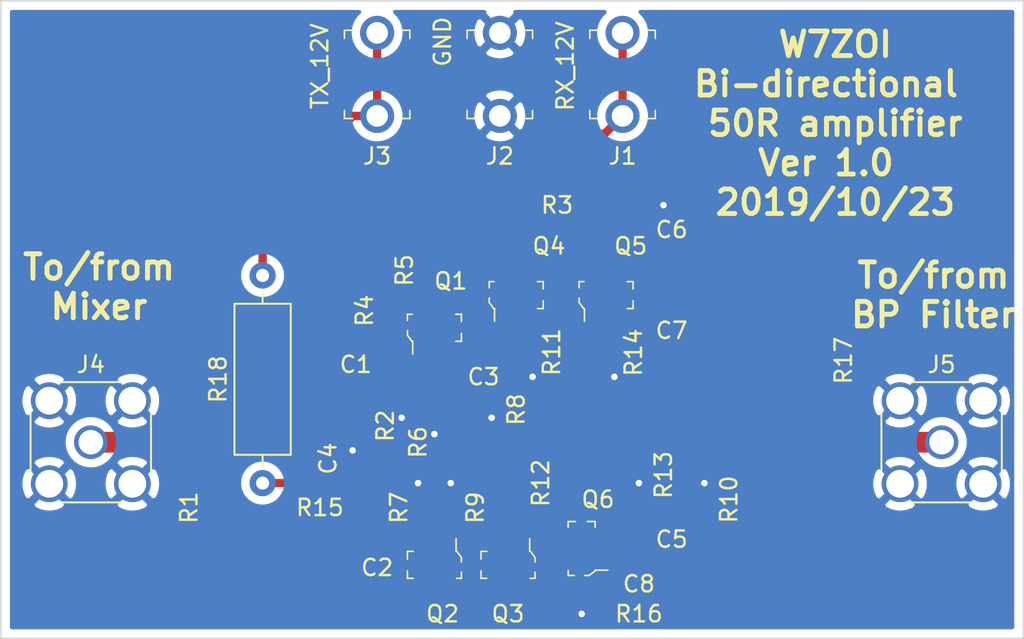
<source format=kicad_pcb>
(kicad_pcb (version 20171130) (host pcbnew "(5.1.4-0-10_14)")

  (general
    (thickness 1.6)
    (drawings 10)
    (tracks 140)
    (zones 0)
    (modules 37)
    (nets 23)
  )

  (page A4)
  (layers
    (0 F.Cu signal)
    (31 B.Cu signal hide)
    (32 B.Adhes user hide)
    (33 F.Adhes user hide)
    (34 B.Paste user hide)
    (35 F.Paste user hide)
    (36 B.SilkS user)
    (37 F.SilkS user)
    (38 B.Mask user)
    (39 F.Mask user)
    (40 Dwgs.User user)
    (41 Cmts.User user)
    (42 Eco1.User user)
    (43 Eco2.User user)
    (44 Edge.Cuts user)
    (45 Margin user)
    (46 B.CrtYd user)
    (47 F.CrtYd user)
    (48 B.Fab user hide)
    (49 F.Fab user hide)
  )

  (setup
    (last_trace_width 0.508)
    (user_trace_width 0.508)
    (trace_clearance 0.2)
    (zone_clearance 0.508)
    (zone_45_only no)
    (trace_min 0.2)
    (via_size 0.8)
    (via_drill 0.4)
    (via_min_size 0.4)
    (via_min_drill 0.3)
    (uvia_size 0.3)
    (uvia_drill 0.1)
    (uvias_allowed no)
    (uvia_min_size 0.2)
    (uvia_min_drill 0.1)
    (edge_width 0.05)
    (segment_width 0.2)
    (pcb_text_width 0.3)
    (pcb_text_size 1.5 1.5)
    (mod_edge_width 0.12)
    (mod_text_size 1 1)
    (mod_text_width 0.15)
    (pad_size 1.524 1.524)
    (pad_drill 0.762)
    (pad_to_mask_clearance 0.051)
    (solder_mask_min_width 0.25)
    (aux_axis_origin 0 0)
    (visible_elements FFFFFF7F)
    (pcbplotparams
      (layerselection 0x010fc_ffffffff)
      (usegerberextensions false)
      (usegerberattributes false)
      (usegerberadvancedattributes false)
      (creategerberjobfile false)
      (excludeedgelayer true)
      (linewidth 0.100000)
      (plotframeref false)
      (viasonmask false)
      (mode 1)
      (useauxorigin false)
      (hpglpennumber 1)
      (hpglpenspeed 20)
      (hpglpendiameter 15.000000)
      (psnegative false)
      (psa4output false)
      (plotreference true)
      (plotvalue true)
      (plotinvisibletext false)
      (padsonsilk false)
      (subtractmaskfromsilk false)
      (outputformat 1)
      (mirror false)
      (drillshape 0)
      (scaleselection 1)
      (outputdirectory ""))
  )

  (net 0 "")
  (net 1 "Net-(C1-Pad1)")
  (net 2 "Net-(C1-Pad2)")
  (net 3 "Net-(C2-Pad2)")
  (net 4 "Net-(C2-Pad1)")
  (net 5 "Net-(C3-Pad1)")
  (net 6 "Net-(C3-Pad2)")
  (net 7 GND)
  (net 8 "Net-(C4-Pad2)")
  (net 9 "Net-(C5-Pad1)")
  (net 10 "Net-(C5-Pad2)")
  (net 11 "Net-(C6-Pad2)")
  (net 12 "Net-(C7-Pad2)")
  (net 13 "Net-(C7-Pad1)")
  (net 14 "Net-(C8-Pad2)")
  (net 15 "Net-(C8-Pad1)")
  (net 16 TX_12V)
  (net 17 RX_12V)
  (net 18 "Net-(Q1-Pad3)")
  (net 19 "Net-(Q2-Pad1)")
  (net 20 "Net-(Q3-Pad1)")
  (net 21 "Net-(Q4-Pad2)")
  (net 22 "Net-(J3-Pad1)")

  (net_class Default "This is the default net class."
    (clearance 0.2)
    (trace_width 0.25)
    (via_dia 0.8)
    (via_drill 0.4)
    (uvia_dia 0.3)
    (uvia_drill 0.1)
    (add_net GND)
    (add_net "Net-(C1-Pad1)")
    (add_net "Net-(C1-Pad2)")
    (add_net "Net-(C2-Pad1)")
    (add_net "Net-(C2-Pad2)")
    (add_net "Net-(C3-Pad1)")
    (add_net "Net-(C3-Pad2)")
    (add_net "Net-(C4-Pad2)")
    (add_net "Net-(C5-Pad1)")
    (add_net "Net-(C5-Pad2)")
    (add_net "Net-(C6-Pad2)")
    (add_net "Net-(C7-Pad1)")
    (add_net "Net-(C7-Pad2)")
    (add_net "Net-(C8-Pad1)")
    (add_net "Net-(C8-Pad2)")
    (add_net "Net-(J3-Pad1)")
    (add_net "Net-(Q1-Pad3)")
    (add_net "Net-(Q2-Pad1)")
    (add_net "Net-(Q3-Pad1)")
    (add_net "Net-(Q4-Pad2)")
    (add_net RX_12V)
    (add_net TX_12V)
  )

  (module digikey-footprints:Test_Jack_Horiz (layer F.Cu) (tedit 5CADFBF7) (tstamp 5DB236F0)
    (at 147.5 107.5 90)
    (descr https://belfuse.com/resources/Johnson/drawings/dr-1051101001.pdf)
    (path /5DC52BC8)
    (fp_text reference J1 (at -5 0) (layer F.SilkS)
      (effects (font (size 1 1) (thickness 0.15)))
    )
    (fp_text value 105-1102-001 (at 0 3.02 90) (layer F.Fab)
      (effects (font (size 1 1) (thickness 0.15)))
    )
    (fp_line (start 3.83 2.12) (end -3.83 2.12) (layer F.CrtYd) (width 0.05))
    (fp_line (start -3.83 -2.12) (end -3.83 2.12) (layer F.CrtYd) (width 0.05))
    (fp_line (start 3.83 -2.12) (end 3.83 2.12) (layer F.CrtYd) (width 0.05))
    (fp_line (start 3.83 -2.12) (end -3.83 -2.12) (layer F.CrtYd) (width 0.05))
    (fp_text user %R (at 0 0 90) (layer F.Fab)
      (effects (font (size 1 1) (thickness 0.15)))
    )
    (fp_line (start 2.7 2) (end 2.2 2) (layer F.SilkS) (width 0.1))
    (fp_line (start 2.7 2) (end 2.7 1.5) (layer F.SilkS) (width 0.1))
    (fp_line (start -2.7 2) (end -2.7 1.5) (layer F.SilkS) (width 0.1))
    (fp_line (start -2.7 2) (end -2.2 2) (layer F.SilkS) (width 0.1))
    (fp_line (start -2.7 -2) (end -2.7 -1.5) (layer F.SilkS) (width 0.1))
    (fp_line (start -2.7 -2) (end -2.2 -2) (layer F.SilkS) (width 0.1))
    (fp_line (start 2.7 -2) (end 2.7 -1.5) (layer F.SilkS) (width 0.1))
    (fp_line (start 2.7 -2) (end 2.2 -2) (layer F.SilkS) (width 0.1))
    (fp_line (start -2.54 -1.8669) (end 2.54 -1.8669) (layer F.Fab) (width 0.1))
    (fp_line (start 2.54 1.8669) (end 2.54 -1.8669) (layer F.Fab) (width 0.1))
    (fp_line (start -2.54 1.8669) (end -2.54 -1.8669) (layer F.Fab) (width 0.1))
    (fp_line (start -2.54 1.8669) (end 2.54 1.8669) (layer F.Fab) (width 0.1))
    (pad 1 thru_hole circle (at -2.54 0 90) (size 2.0828 2.0828) (drill 1.3208) (layers *.Cu *.Mask)
      (net 17 RX_12V))
    (pad 1 thru_hole circle (at 2.54 0 90) (size 2.0828 2.0828) (drill 1.3208) (layers *.Cu *.Mask)
      (net 17 RX_12V))
  )

  (module Capacitor_SMD:C_0402_1005Metric (layer F.Cu) (tedit 5B301BBE) (tstamp 5DB22FB6)
    (at 132.485 124 180)
    (descr "Capacitor SMD 0402 (1005 Metric), square (rectangular) end terminal, IPC_7351 nominal, (Body size source: http://www.tortai-tech.com/upload/download/2011102023233369053.pdf), generated with kicad-footprint-generator")
    (tags capacitor)
    (path /5DBACB59)
    (attr smd)
    (fp_text reference C1 (at 1.2954 -1.2446) (layer F.SilkS)
      (effects (font (size 1 1) (thickness 0.15)))
    )
    (fp_text value C_Small (at 0 1.17) (layer F.Fab)
      (effects (font (size 1 1) (thickness 0.15)))
    )
    (fp_line (start -0.5 0.25) (end -0.5 -0.25) (layer F.Fab) (width 0.1))
    (fp_line (start -0.5 -0.25) (end 0.5 -0.25) (layer F.Fab) (width 0.1))
    (fp_line (start 0.5 -0.25) (end 0.5 0.25) (layer F.Fab) (width 0.1))
    (fp_line (start 0.5 0.25) (end -0.5 0.25) (layer F.Fab) (width 0.1))
    (fp_line (start -0.93 0.47) (end -0.93 -0.47) (layer F.CrtYd) (width 0.05))
    (fp_line (start -0.93 -0.47) (end 0.93 -0.47) (layer F.CrtYd) (width 0.05))
    (fp_line (start 0.93 -0.47) (end 0.93 0.47) (layer F.CrtYd) (width 0.05))
    (fp_line (start 0.93 0.47) (end -0.93 0.47) (layer F.CrtYd) (width 0.05))
    (fp_text user %R (at 0 0) (layer F.Fab)
      (effects (font (size 0.25 0.25) (thickness 0.04)))
    )
    (pad 1 smd roundrect (at -0.485 0 180) (size 0.59 0.64) (layers F.Cu F.Paste F.Mask) (roundrect_rratio 0.25)
      (net 1 "Net-(C1-Pad1)"))
    (pad 2 smd roundrect (at 0.485 0 180) (size 0.59 0.64) (layers F.Cu F.Paste F.Mask) (roundrect_rratio 0.25)
      (net 2 "Net-(C1-Pad2)"))
    (model ${KISYS3DMOD}/Capacitor_SMD.3dshapes/C_0402_1005Metric.wrl
      (at (xyz 0 0 0))
      (scale (xyz 1 1 1))
      (rotate (xyz 0 0 0))
    )
  )

  (module Capacitor_SMD:C_0402_1005Metric (layer F.Cu) (tedit 5B301BBE) (tstamp 5DB4DC73)
    (at 132.5 136.5 180)
    (descr "Capacitor SMD 0402 (1005 Metric), square (rectangular) end terminal, IPC_7351 nominal, (Body size source: http://www.tortai-tech.com/upload/download/2011102023233369053.pdf), generated with kicad-footprint-generator")
    (tags capacitor)
    (path /5DBAEF64)
    (attr smd)
    (fp_text reference C2 (at 0 -1.17) (layer F.SilkS)
      (effects (font (size 1 1) (thickness 0.15)))
    )
    (fp_text value C_Small (at 0 1.17) (layer F.Fab)
      (effects (font (size 1 1) (thickness 0.15)))
    )
    (fp_text user %R (at 0 0) (layer F.Fab)
      (effects (font (size 0.25 0.25) (thickness 0.04)))
    )
    (fp_line (start 0.93 0.47) (end -0.93 0.47) (layer F.CrtYd) (width 0.05))
    (fp_line (start 0.93 -0.47) (end 0.93 0.47) (layer F.CrtYd) (width 0.05))
    (fp_line (start -0.93 -0.47) (end 0.93 -0.47) (layer F.CrtYd) (width 0.05))
    (fp_line (start -0.93 0.47) (end -0.93 -0.47) (layer F.CrtYd) (width 0.05))
    (fp_line (start 0.5 0.25) (end -0.5 0.25) (layer F.Fab) (width 0.1))
    (fp_line (start 0.5 -0.25) (end 0.5 0.25) (layer F.Fab) (width 0.1))
    (fp_line (start -0.5 -0.25) (end 0.5 -0.25) (layer F.Fab) (width 0.1))
    (fp_line (start -0.5 0.25) (end -0.5 -0.25) (layer F.Fab) (width 0.1))
    (pad 2 smd roundrect (at 0.485 0 180) (size 0.59 0.64) (layers F.Cu F.Paste F.Mask) (roundrect_rratio 0.25)
      (net 3 "Net-(C2-Pad2)"))
    (pad 1 smd roundrect (at -0.485 0 180) (size 0.59 0.64) (layers F.Cu F.Paste F.Mask) (roundrect_rratio 0.25)
      (net 4 "Net-(C2-Pad1)"))
    (model ${KISYS3DMOD}/Capacitor_SMD.3dshapes/C_0402_1005Metric.wrl
      (at (xyz 0 0 0))
      (scale (xyz 1 1 1))
      (rotate (xyz 0 0 0))
    )
  )

  (module Capacitor_SMD:C_0402_1005Metric (layer F.Cu) (tedit 5B301BBE) (tstamp 5DB22F8C)
    (at 137 126 180)
    (descr "Capacitor SMD 0402 (1005 Metric), square (rectangular) end terminal, IPC_7351 nominal, (Body size source: http://www.tortai-tech.com/upload/download/2011102023233369053.pdf), generated with kicad-footprint-generator")
    (tags capacitor)
    (path /5DBADD67)
    (attr smd)
    (fp_text reference C3 (at -2 0) (layer F.SilkS)
      (effects (font (size 1 1) (thickness 0.15)))
    )
    (fp_text value C_Small (at 0 1.17) (layer F.Fab)
      (effects (font (size 1 1) (thickness 0.15)))
    )
    (fp_line (start -0.5 0.25) (end -0.5 -0.25) (layer F.Fab) (width 0.1))
    (fp_line (start -0.5 -0.25) (end 0.5 -0.25) (layer F.Fab) (width 0.1))
    (fp_line (start 0.5 -0.25) (end 0.5 0.25) (layer F.Fab) (width 0.1))
    (fp_line (start 0.5 0.25) (end -0.5 0.25) (layer F.Fab) (width 0.1))
    (fp_line (start -0.93 0.47) (end -0.93 -0.47) (layer F.CrtYd) (width 0.05))
    (fp_line (start -0.93 -0.47) (end 0.93 -0.47) (layer F.CrtYd) (width 0.05))
    (fp_line (start 0.93 -0.47) (end 0.93 0.47) (layer F.CrtYd) (width 0.05))
    (fp_line (start 0.93 0.47) (end -0.93 0.47) (layer F.CrtYd) (width 0.05))
    (fp_text user %R (at 0 0) (layer F.Fab)
      (effects (font (size 0.25 0.25) (thickness 0.04)))
    )
    (pad 1 smd roundrect (at -0.485 0 180) (size 0.59 0.64) (layers F.Cu F.Paste F.Mask) (roundrect_rratio 0.25)
      (net 5 "Net-(C3-Pad1)"))
    (pad 2 smd roundrect (at 0.485 0 180) (size 0.59 0.64) (layers F.Cu F.Paste F.Mask) (roundrect_rratio 0.25)
      (net 6 "Net-(C3-Pad2)"))
    (model ${KISYS3DMOD}/Capacitor_SMD.3dshapes/C_0402_1005Metric.wrl
      (at (xyz 0 0 0))
      (scale (xyz 1 1 1))
      (rotate (xyz 0 0 0))
    )
  )

  (module Capacitor_SMD:C_0402_1005Metric (layer F.Cu) (tedit 5B301BBE) (tstamp 5DB4E05F)
    (at 131 132 270)
    (descr "Capacitor SMD 0402 (1005 Metric), square (rectangular) end terminal, IPC_7351 nominal, (Body size source: http://www.tortai-tech.com/upload/download/2011102023233369053.pdf), generated with kicad-footprint-generator")
    (tags capacitor)
    (path /5DBAFAF8)
    (attr smd)
    (fp_text reference C4 (at -1 1.5 90) (layer F.SilkS)
      (effects (font (size 1 1) (thickness 0.15)))
    )
    (fp_text value C_Small (at 0 1.17 90) (layer F.Fab)
      (effects (font (size 1 1) (thickness 0.15)))
    )
    (fp_line (start -0.5 0.25) (end -0.5 -0.25) (layer F.Fab) (width 0.1))
    (fp_line (start -0.5 -0.25) (end 0.5 -0.25) (layer F.Fab) (width 0.1))
    (fp_line (start 0.5 -0.25) (end 0.5 0.25) (layer F.Fab) (width 0.1))
    (fp_line (start 0.5 0.25) (end -0.5 0.25) (layer F.Fab) (width 0.1))
    (fp_line (start -0.93 0.47) (end -0.93 -0.47) (layer F.CrtYd) (width 0.05))
    (fp_line (start -0.93 -0.47) (end 0.93 -0.47) (layer F.CrtYd) (width 0.05))
    (fp_line (start 0.93 -0.47) (end 0.93 0.47) (layer F.CrtYd) (width 0.05))
    (fp_line (start 0.93 0.47) (end -0.93 0.47) (layer F.CrtYd) (width 0.05))
    (fp_text user %R (at 0 0 90) (layer F.Fab)
      (effects (font (size 0.25 0.25) (thickness 0.04)))
    )
    (pad 1 smd roundrect (at -0.485 0 270) (size 0.59 0.64) (layers F.Cu F.Paste F.Mask) (roundrect_rratio 0.25)
      (net 7 GND))
    (pad 2 smd roundrect (at 0.485 0 270) (size 0.59 0.64) (layers F.Cu F.Paste F.Mask) (roundrect_rratio 0.25)
      (net 8 "Net-(C4-Pad2)"))
    (model ${KISYS3DMOD}/Capacitor_SMD.3dshapes/C_0402_1005Metric.wrl
      (at (xyz 0 0 0))
      (scale (xyz 1 1 1))
      (rotate (xyz 0 0 0))
    )
  )

  (module Capacitor_SMD:C_0402_1005Metric (layer F.Cu) (tedit 5B301BBE) (tstamp 5DB4EB55)
    (at 150.5 134.5)
    (descr "Capacitor SMD 0402 (1005 Metric), square (rectangular) end terminal, IPC_7351 nominal, (Body size source: http://www.tortai-tech.com/upload/download/2011102023233369053.pdf), generated with kicad-footprint-generator")
    (tags capacitor)
    (path /5DBAE594)
    (attr smd)
    (fp_text reference C5 (at 0 1.4397) (layer F.SilkS)
      (effects (font (size 1 1) (thickness 0.15)))
    )
    (fp_text value C_Small (at 0 1.17) (layer F.Fab)
      (effects (font (size 1 1) (thickness 0.15)))
    )
    (fp_line (start -0.5 0.25) (end -0.5 -0.25) (layer F.Fab) (width 0.1))
    (fp_line (start -0.5 -0.25) (end 0.5 -0.25) (layer F.Fab) (width 0.1))
    (fp_line (start 0.5 -0.25) (end 0.5 0.25) (layer F.Fab) (width 0.1))
    (fp_line (start 0.5 0.25) (end -0.5 0.25) (layer F.Fab) (width 0.1))
    (fp_line (start -0.93 0.47) (end -0.93 -0.47) (layer F.CrtYd) (width 0.05))
    (fp_line (start -0.93 -0.47) (end 0.93 -0.47) (layer F.CrtYd) (width 0.05))
    (fp_line (start 0.93 -0.47) (end 0.93 0.47) (layer F.CrtYd) (width 0.05))
    (fp_line (start 0.93 0.47) (end -0.93 0.47) (layer F.CrtYd) (width 0.05))
    (fp_text user %R (at 0 0) (layer F.Fab)
      (effects (font (size 0.25 0.25) (thickness 0.04)))
    )
    (pad 1 smd roundrect (at -0.485 0) (size 0.59 0.64) (layers F.Cu F.Paste F.Mask) (roundrect_rratio 0.25)
      (net 9 "Net-(C5-Pad1)"))
    (pad 2 smd roundrect (at 0.485 0) (size 0.59 0.64) (layers F.Cu F.Paste F.Mask) (roundrect_rratio 0.25)
      (net 10 "Net-(C5-Pad2)"))
    (model ${KISYS3DMOD}/Capacitor_SMD.3dshapes/C_0402_1005Metric.wrl
      (at (xyz 0 0 0))
      (scale (xyz 1 1 1))
      (rotate (xyz 0 0 0))
    )
  )

  (module Capacitor_SMD:C_0402_1005Metric (layer F.Cu) (tedit 5B301BBE) (tstamp 5DB23D12)
    (at 148.5 115.5 180)
    (descr "Capacitor SMD 0402 (1005 Metric), square (rectangular) end terminal, IPC_7351 nominal, (Body size source: http://www.tortai-tech.com/upload/download/2011102023233369053.pdf), generated with kicad-footprint-generator")
    (tags capacitor)
    (path /5DBB033C)
    (attr smd)
    (fp_text reference C6 (at -2 -1.5) (layer F.SilkS)
      (effects (font (size 1 1) (thickness 0.15)))
    )
    (fp_text value C_Small (at 0 1.17) (layer F.Fab)
      (effects (font (size 1 1) (thickness 0.15)))
    )
    (fp_text user %R (at 0 0) (layer F.Fab)
      (effects (font (size 0.25 0.25) (thickness 0.04)))
    )
    (fp_line (start 0.93 0.47) (end -0.93 0.47) (layer F.CrtYd) (width 0.05))
    (fp_line (start 0.93 -0.47) (end 0.93 0.47) (layer F.CrtYd) (width 0.05))
    (fp_line (start -0.93 -0.47) (end 0.93 -0.47) (layer F.CrtYd) (width 0.05))
    (fp_line (start -0.93 0.47) (end -0.93 -0.47) (layer F.CrtYd) (width 0.05))
    (fp_line (start 0.5 0.25) (end -0.5 0.25) (layer F.Fab) (width 0.1))
    (fp_line (start 0.5 -0.25) (end 0.5 0.25) (layer F.Fab) (width 0.1))
    (fp_line (start -0.5 -0.25) (end 0.5 -0.25) (layer F.Fab) (width 0.1))
    (fp_line (start -0.5 0.25) (end -0.5 -0.25) (layer F.Fab) (width 0.1))
    (pad 2 smd roundrect (at 0.485 0 180) (size 0.59 0.64) (layers F.Cu F.Paste F.Mask) (roundrect_rratio 0.25)
      (net 11 "Net-(C6-Pad2)"))
    (pad 1 smd roundrect (at -0.485 0 180) (size 0.59 0.64) (layers F.Cu F.Paste F.Mask) (roundrect_rratio 0.25)
      (net 7 GND))
    (model ${KISYS3DMOD}/Capacitor_SMD.3dshapes/C_0402_1005Metric.wrl
      (at (xyz 0 0 0))
      (scale (xyz 1 1 1))
      (rotate (xyz 0 0 0))
    )
  )

  (module Capacitor_SMD:C_0402_1005Metric (layer F.Cu) (tedit 5B301BBE) (tstamp 5DB236BE)
    (at 150.5 122 180)
    (descr "Capacitor SMD 0402 (1005 Metric), square (rectangular) end terminal, IPC_7351 nominal, (Body size source: http://www.tortai-tech.com/upload/download/2011102023233369053.pdf), generated with kicad-footprint-generator")
    (tags capacitor)
    (path /5DBAD862)
    (attr smd)
    (fp_text reference C7 (at 0 -1.17) (layer F.SilkS)
      (effects (font (size 1 1) (thickness 0.15)))
    )
    (fp_text value C_Small (at 0 1.17) (layer F.Fab)
      (effects (font (size 1 1) (thickness 0.15)))
    )
    (fp_text user %R (at 0 0) (layer F.Fab)
      (effects (font (size 0.25 0.25) (thickness 0.04)))
    )
    (fp_line (start 0.93 0.47) (end -0.93 0.47) (layer F.CrtYd) (width 0.05))
    (fp_line (start 0.93 -0.47) (end 0.93 0.47) (layer F.CrtYd) (width 0.05))
    (fp_line (start -0.93 -0.47) (end 0.93 -0.47) (layer F.CrtYd) (width 0.05))
    (fp_line (start -0.93 0.47) (end -0.93 -0.47) (layer F.CrtYd) (width 0.05))
    (fp_line (start 0.5 0.25) (end -0.5 0.25) (layer F.Fab) (width 0.1))
    (fp_line (start 0.5 -0.25) (end 0.5 0.25) (layer F.Fab) (width 0.1))
    (fp_line (start -0.5 -0.25) (end 0.5 -0.25) (layer F.Fab) (width 0.1))
    (fp_line (start -0.5 0.25) (end -0.5 -0.25) (layer F.Fab) (width 0.1))
    (pad 2 smd roundrect (at 0.485 0 180) (size 0.59 0.64) (layers F.Cu F.Paste F.Mask) (roundrect_rratio 0.25)
      (net 12 "Net-(C7-Pad2)"))
    (pad 1 smd roundrect (at -0.485 0 180) (size 0.59 0.64) (layers F.Cu F.Paste F.Mask) (roundrect_rratio 0.25)
      (net 13 "Net-(C7-Pad1)"))
    (model ${KISYS3DMOD}/Capacitor_SMD.3dshapes/C_0402_1005Metric.wrl
      (at (xyz 0 0 0))
      (scale (xyz 1 1 1))
      (rotate (xyz 0 0 0))
    )
  )

  (module Capacitor_SMD:C_0402_1005Metric (layer F.Cu) (tedit 5B301BBE) (tstamp 5DB232AA)
    (at 148.5 137.5 180)
    (descr "Capacitor SMD 0402 (1005 Metric), square (rectangular) end terminal, IPC_7351 nominal, (Body size source: http://www.tortai-tech.com/upload/download/2011102023233369053.pdf), generated with kicad-footprint-generator")
    (tags capacitor)
    (path /5DBAE130)
    (attr smd)
    (fp_text reference C8 (at 0 -1.17) (layer F.SilkS)
      (effects (font (size 1 1) (thickness 0.15)))
    )
    (fp_text value C_Small (at 0 1.17) (layer F.Fab)
      (effects (font (size 1 1) (thickness 0.15)))
    )
    (fp_text user %R (at 0 0) (layer F.Fab)
      (effects (font (size 0.25 0.25) (thickness 0.04)))
    )
    (fp_line (start 0.93 0.47) (end -0.93 0.47) (layer F.CrtYd) (width 0.05))
    (fp_line (start 0.93 -0.47) (end 0.93 0.47) (layer F.CrtYd) (width 0.05))
    (fp_line (start -0.93 -0.47) (end 0.93 -0.47) (layer F.CrtYd) (width 0.05))
    (fp_line (start -0.93 0.47) (end -0.93 -0.47) (layer F.CrtYd) (width 0.05))
    (fp_line (start 0.5 0.25) (end -0.5 0.25) (layer F.Fab) (width 0.1))
    (fp_line (start 0.5 -0.25) (end 0.5 0.25) (layer F.Fab) (width 0.1))
    (fp_line (start -0.5 -0.25) (end 0.5 -0.25) (layer F.Fab) (width 0.1))
    (fp_line (start -0.5 0.25) (end -0.5 -0.25) (layer F.Fab) (width 0.1))
    (pad 2 smd roundrect (at 0.485 0 180) (size 0.59 0.64) (layers F.Cu F.Paste F.Mask) (roundrect_rratio 0.25)
      (net 14 "Net-(C8-Pad2)"))
    (pad 1 smd roundrect (at -0.485 0 180) (size 0.59 0.64) (layers F.Cu F.Paste F.Mask) (roundrect_rratio 0.25)
      (net 15 "Net-(C8-Pad1)"))
    (model ${KISYS3DMOD}/Capacitor_SMD.3dshapes/C_0402_1005Metric.wrl
      (at (xyz 0 0 0))
      (scale (xyz 1 1 1))
      (rotate (xyz 0 0 0))
    )
  )

  (module digikey-footprints:Test_Jack_Horiz (layer F.Cu) (tedit 5CADFBF7) (tstamp 5DB6B6DB)
    (at 140 107.5 90)
    (descr https://belfuse.com/resources/Johnson/drawings/dr-1051101001.pdf)
    (path /5DC53C43)
    (fp_text reference J2 (at -5 0) (layer F.SilkS)
      (effects (font (size 1 1) (thickness 0.15)))
    )
    (fp_text value 105-1103-001 (at 0 3.02 90) (layer F.Fab)
      (effects (font (size 1 1) (thickness 0.15)))
    )
    (fp_line (start -2.54 1.8669) (end 2.54 1.8669) (layer F.Fab) (width 0.1))
    (fp_line (start -2.54 1.8669) (end -2.54 -1.8669) (layer F.Fab) (width 0.1))
    (fp_line (start 2.54 1.8669) (end 2.54 -1.8669) (layer F.Fab) (width 0.1))
    (fp_line (start -2.54 -1.8669) (end 2.54 -1.8669) (layer F.Fab) (width 0.1))
    (fp_line (start 2.7 -2) (end 2.2 -2) (layer F.SilkS) (width 0.1))
    (fp_line (start 2.7 -2) (end 2.7 -1.5) (layer F.SilkS) (width 0.1))
    (fp_line (start -2.7 -2) (end -2.2 -2) (layer F.SilkS) (width 0.1))
    (fp_line (start -2.7 -2) (end -2.7 -1.5) (layer F.SilkS) (width 0.1))
    (fp_line (start -2.7 2) (end -2.2 2) (layer F.SilkS) (width 0.1))
    (fp_line (start -2.7 2) (end -2.7 1.5) (layer F.SilkS) (width 0.1))
    (fp_line (start 2.7 2) (end 2.7 1.5) (layer F.SilkS) (width 0.1))
    (fp_line (start 2.7 2) (end 2.2 2) (layer F.SilkS) (width 0.1))
    (fp_text user %R (at 0 0 90) (layer F.Fab)
      (effects (font (size 1 1) (thickness 0.15)))
    )
    (fp_line (start 3.83 -2.12) (end -3.83 -2.12) (layer F.CrtYd) (width 0.05))
    (fp_line (start 3.83 -2.12) (end 3.83 2.12) (layer F.CrtYd) (width 0.05))
    (fp_line (start -3.83 -2.12) (end -3.83 2.12) (layer F.CrtYd) (width 0.05))
    (fp_line (start 3.83 2.12) (end -3.83 2.12) (layer F.CrtYd) (width 0.05))
    (pad 1 thru_hole circle (at 2.54 0 90) (size 2.0828 2.0828) (drill 1.3208) (layers *.Cu *.Mask)
      (net 7 GND))
    (pad 1 thru_hole circle (at -2.54 0 90) (size 2.0828 2.0828) (drill 1.3208) (layers *.Cu *.Mask)
      (net 7 GND))
  )

  (module digikey-footprints:Test_Jack_Horiz (layer F.Cu) (tedit 5CADFBF7) (tstamp 5DB6B5B8)
    (at 132.5 107.5 90)
    (descr https://belfuse.com/resources/Johnson/drawings/dr-1051101001.pdf)
    (path /5DC5BECC)
    (fp_text reference J3 (at -5 0 180) (layer F.SilkS)
      (effects (font (size 1 1) (thickness 0.15)))
    )
    (fp_text value 105-1102-001 (at 0 3.02 90) (layer F.Fab)
      (effects (font (size 1 1) (thickness 0.15)))
    )
    (fp_line (start 3.83 2.12) (end -3.83 2.12) (layer F.CrtYd) (width 0.05))
    (fp_line (start -3.83 -2.12) (end -3.83 2.12) (layer F.CrtYd) (width 0.05))
    (fp_line (start 3.83 -2.12) (end 3.83 2.12) (layer F.CrtYd) (width 0.05))
    (fp_line (start 3.83 -2.12) (end -3.83 -2.12) (layer F.CrtYd) (width 0.05))
    (fp_text user %R (at 0 0 90) (layer F.Fab)
      (effects (font (size 1 1) (thickness 0.15)))
    )
    (fp_line (start 2.7 2) (end 2.2 2) (layer F.SilkS) (width 0.1))
    (fp_line (start 2.7 2) (end 2.7 1.5) (layer F.SilkS) (width 0.1))
    (fp_line (start -2.7 2) (end -2.7 1.5) (layer F.SilkS) (width 0.1))
    (fp_line (start -2.7 2) (end -2.2 2) (layer F.SilkS) (width 0.1))
    (fp_line (start -2.7 -2) (end -2.7 -1.5) (layer F.SilkS) (width 0.1))
    (fp_line (start -2.7 -2) (end -2.2 -2) (layer F.SilkS) (width 0.1))
    (fp_line (start 2.7 -2) (end 2.7 -1.5) (layer F.SilkS) (width 0.1))
    (fp_line (start 2.7 -2) (end 2.2 -2) (layer F.SilkS) (width 0.1))
    (fp_line (start -2.54 -1.8669) (end 2.54 -1.8669) (layer F.Fab) (width 0.1))
    (fp_line (start 2.54 1.8669) (end 2.54 -1.8669) (layer F.Fab) (width 0.1))
    (fp_line (start -2.54 1.8669) (end -2.54 -1.8669) (layer F.Fab) (width 0.1))
    (fp_line (start -2.54 1.8669) (end 2.54 1.8669) (layer F.Fab) (width 0.1))
    (pad 1 thru_hole circle (at -2.54 0 90) (size 2.0828 2.0828) (drill 1.3208) (layers *.Cu *.Mask)
      (net 22 "Net-(J3-Pad1)"))
    (pad 1 thru_hole circle (at 2.54 0 90) (size 2.0828 2.0828) (drill 1.3208) (layers *.Cu *.Mask)
      (net 22 "Net-(J3-Pad1)"))
  )

  (module Connector_Coaxial:SMA_Amphenol_132134_Vertical (layer F.Cu) (tedit 5B2F4DB6) (tstamp 5DB2383A)
    (at 115 130)
    (descr https://www.amphenolrf.com/downloads/dl/file/id/2187/product/2843/132134_customer_drawing.pdf)
    (tags "SMA THT Female Jack Vertical ExtendedLegs")
    (path /5DC1D7A9)
    (fp_text reference J4 (at 0 -4.75) (layer F.SilkS)
      (effects (font (size 1 1) (thickness 0.15)))
    )
    (fp_text value Conn_Coaxial (at 0 5) (layer F.Fab)
      (effects (font (size 1 1) (thickness 0.15)))
    )
    (fp_text user %R (at 0 0) (layer F.Fab)
      (effects (font (size 1 1) (thickness 0.15)))
    )
    (fp_line (start -1.8 -3.68) (end 1.8 -3.68) (layer F.SilkS) (width 0.12))
    (fp_line (start -1.8 3.68) (end 1.8 3.68) (layer F.SilkS) (width 0.12))
    (fp_line (start 3.68 -1.8) (end 3.68 1.8) (layer F.SilkS) (width 0.12))
    (fp_line (start -3.68 -1.8) (end -3.68 1.8) (layer F.SilkS) (width 0.12))
    (fp_line (start 3.5 -3.5) (end 3.5 3.5) (layer F.Fab) (width 0.1))
    (fp_line (start -3.5 3.5) (end 3.5 3.5) (layer F.Fab) (width 0.1))
    (fp_line (start -3.5 -3.5) (end -3.5 3.5) (layer F.Fab) (width 0.1))
    (fp_line (start -3.5 -3.5) (end 3.5 -3.5) (layer F.Fab) (width 0.1))
    (fp_line (start -4.17 -4.17) (end 4.17 -4.17) (layer F.CrtYd) (width 0.05))
    (fp_line (start -4.17 -4.17) (end -4.17 4.17) (layer F.CrtYd) (width 0.05))
    (fp_line (start 4.17 4.17) (end 4.17 -4.17) (layer F.CrtYd) (width 0.05))
    (fp_line (start 4.17 4.17) (end -4.17 4.17) (layer F.CrtYd) (width 0.05))
    (fp_circle (center 0 0) (end 3.175 0) (layer F.Fab) (width 0.1))
    (pad 2 thru_hole circle (at -2.54 2.54) (size 2.25 2.25) (drill 1.7) (layers *.Cu *.Mask)
      (net 7 GND))
    (pad 2 thru_hole circle (at -2.54 -2.54) (size 2.25 2.25) (drill 1.7) (layers *.Cu *.Mask)
      (net 7 GND))
    (pad 2 thru_hole circle (at 2.54 -2.54) (size 2.25 2.25) (drill 1.7) (layers *.Cu *.Mask)
      (net 7 GND))
    (pad 2 thru_hole circle (at 2.54 2.54) (size 2.25 2.25) (drill 1.7) (layers *.Cu *.Mask)
      (net 7 GND))
    (pad 1 thru_hole circle (at 0 0) (size 2.05 2.05) (drill 1.5) (layers *.Cu *.Mask)
      (net 2 "Net-(C1-Pad2)"))
    (model ${KISYS3DMOD}/Connector_Coaxial.3dshapes/SMA_Amphenol_132134_Vertical.wrl
      (at (xyz 0 0 0))
      (scale (xyz 1 1 1))
      (rotate (xyz 0 0 0))
    )
  )

  (module Connector_Coaxial:SMA_Amphenol_132134_Vertical (layer F.Cu) (tedit 5B2F4DB6) (tstamp 5DB2375C)
    (at 167 130)
    (descr https://www.amphenolrf.com/downloads/dl/file/id/2187/product/2843/132134_customer_drawing.pdf)
    (tags "SMA THT Female Jack Vertical ExtendedLegs")
    (path /5DC1AFEF)
    (fp_text reference J5 (at 0 -4.75) (layer F.SilkS)
      (effects (font (size 1 1) (thickness 0.15)))
    )
    (fp_text value Conn_Coaxial (at 0 5) (layer F.Fab)
      (effects (font (size 1 1) (thickness 0.15)))
    )
    (fp_circle (center 0 0) (end 3.175 0) (layer F.Fab) (width 0.1))
    (fp_line (start 4.17 4.17) (end -4.17 4.17) (layer F.CrtYd) (width 0.05))
    (fp_line (start 4.17 4.17) (end 4.17 -4.17) (layer F.CrtYd) (width 0.05))
    (fp_line (start -4.17 -4.17) (end -4.17 4.17) (layer F.CrtYd) (width 0.05))
    (fp_line (start -4.17 -4.17) (end 4.17 -4.17) (layer F.CrtYd) (width 0.05))
    (fp_line (start -3.5 -3.5) (end 3.5 -3.5) (layer F.Fab) (width 0.1))
    (fp_line (start -3.5 -3.5) (end -3.5 3.5) (layer F.Fab) (width 0.1))
    (fp_line (start -3.5 3.5) (end 3.5 3.5) (layer F.Fab) (width 0.1))
    (fp_line (start 3.5 -3.5) (end 3.5 3.5) (layer F.Fab) (width 0.1))
    (fp_line (start -3.68 -1.8) (end -3.68 1.8) (layer F.SilkS) (width 0.12))
    (fp_line (start 3.68 -1.8) (end 3.68 1.8) (layer F.SilkS) (width 0.12))
    (fp_line (start -1.8 3.68) (end 1.8 3.68) (layer F.SilkS) (width 0.12))
    (fp_line (start -1.8 -3.68) (end 1.8 -3.68) (layer F.SilkS) (width 0.12))
    (fp_text user %R (at 0 0) (layer F.Fab)
      (effects (font (size 1 1) (thickness 0.15)))
    )
    (pad 1 thru_hole circle (at 0 0) (size 2.05 2.05) (drill 1.5) (layers *.Cu *.Mask)
      (net 15 "Net-(C8-Pad1)"))
    (pad 2 thru_hole circle (at 2.54 2.54) (size 2.25 2.25) (drill 1.7) (layers *.Cu *.Mask)
      (net 7 GND))
    (pad 2 thru_hole circle (at 2.54 -2.54) (size 2.25 2.25) (drill 1.7) (layers *.Cu *.Mask)
      (net 7 GND))
    (pad 2 thru_hole circle (at -2.54 -2.54) (size 2.25 2.25) (drill 1.7) (layers *.Cu *.Mask)
      (net 7 GND))
    (pad 2 thru_hole circle (at -2.54 2.54) (size 2.25 2.25) (drill 1.7) (layers *.Cu *.Mask)
      (net 7 GND))
    (model ${KISYS3DMOD}/Connector_Coaxial.3dshapes/SMA_Amphenol_132134_Vertical.wrl
      (at (xyz 0 0 0))
      (scale (xyz 1 1 1))
      (rotate (xyz 0 0 0))
    )
  )

  (module digikey-footprints:SOT-23-3 (layer F.Cu) (tedit 5D28A5E3) (tstamp 5DB23041)
    (at 136 123 90)
    (path /5DBAA51F)
    (attr smd)
    (fp_text reference Q1 (at 2.8575 1 180) (layer F.SilkS)
      (effects (font (size 1 1) (thickness 0.15)))
    )
    (fp_text value MMBT3904-TP (at 0.025 3.25 90) (layer F.Fab)
      (effects (font (size 1 1) (thickness 0.15)))
    )
    (fp_line (start -1.825 -1.95) (end 1.825 -1.95) (layer F.CrtYd) (width 0.05))
    (fp_line (start -1.825 -1.95) (end -1.825 1.95) (layer F.CrtYd) (width 0.05))
    (fp_line (start 1.825 1.95) (end -1.825 1.95) (layer F.CrtYd) (width 0.05))
    (fp_line (start 1.825 -1.95) (end 1.825 1.95) (layer F.CrtYd) (width 0.05))
    (fp_line (start -0.175 -1.65) (end -0.45 -1.65) (layer F.SilkS) (width 0.1))
    (fp_line (start -0.45 -1.65) (end -0.825 -1.375) (layer F.SilkS) (width 0.1))
    (fp_line (start -0.825 -1.375) (end -0.825 -1.325) (layer F.SilkS) (width 0.1))
    (fp_line (start -0.825 -1.325) (end -1.6 -1.325) (layer F.SilkS) (width 0.1))
    (fp_line (start -0.7 -1.325) (end -0.7 1.525) (layer F.Fab) (width 0.1))
    (fp_line (start -0.425 -1.525) (end 0.7 -1.525) (layer F.Fab) (width 0.1))
    (fp_line (start -0.425 -1.525) (end -0.7 -1.325) (layer F.Fab) (width 0.1))
    (fp_line (start -0.35 1.65) (end -0.825 1.65) (layer F.SilkS) (width 0.1))
    (fp_line (start -0.825 1.65) (end -0.825 1.3) (layer F.SilkS) (width 0.1))
    (fp_line (start 0.825 1.425) (end 0.825 1.3) (layer F.SilkS) (width 0.1))
    (fp_line (start 0.825 1.35) (end 0.825 1.65) (layer F.SilkS) (width 0.1))
    (fp_line (start 0.825 1.65) (end 0.375 1.65) (layer F.SilkS) (width 0.1))
    (fp_line (start 0.45 -1.65) (end 0.825 -1.65) (layer F.SilkS) (width 0.1))
    (fp_line (start 0.825 -1.65) (end 0.825 -1.35) (layer F.SilkS) (width 0.1))
    (fp_text user %R (at -0.125 0.15 90) (layer F.Fab)
      (effects (font (size 0.25 0.25) (thickness 0.05)))
    )
    (fp_line (start -0.7 1.52) (end 0.7 1.52) (layer F.Fab) (width 0.1))
    (fp_line (start 0.7 1.52) (end 0.7 -1.52) (layer F.Fab) (width 0.1))
    (pad 3 smd rect (at 1.05 0 90) (size 1.3 0.6) (layers F.Cu F.Paste F.Mask)
      (net 18 "Net-(Q1-Pad3)") (solder_mask_margin 0.07))
    (pad 2 smd rect (at -1.05 0.95 90) (size 1.3 0.6) (layers F.Cu F.Paste F.Mask)
      (net 6 "Net-(C3-Pad2)") (solder_mask_margin 0.07))
    (pad 1 smd rect (at -1.05 -0.95 90) (size 1.3 0.6) (layers F.Cu F.Paste F.Mask)
      (net 1 "Net-(C1-Pad1)") (solder_mask_margin 0.07))
  )

  (module digikey-footprints:SOT-23-3 (layer F.Cu) (tedit 5D28A5E3) (tstamp 5DB23152)
    (at 136 137.5 270)
    (path /5DBAC33B)
    (attr smd)
    (fp_text reference Q2 (at 3 -0.5 180) (layer F.SilkS)
      (effects (font (size 1 1) (thickness 0.15)))
    )
    (fp_text value MMBT3904-TP (at 0.025 3.25 90) (layer F.Fab)
      (effects (font (size 1 1) (thickness 0.15)))
    )
    (fp_line (start 0.7 1.52) (end 0.7 -1.52) (layer F.Fab) (width 0.1))
    (fp_line (start -0.7 1.52) (end 0.7 1.52) (layer F.Fab) (width 0.1))
    (fp_text user %R (at -0.125 0.15 90) (layer F.Fab)
      (effects (font (size 0.25 0.25) (thickness 0.05)))
    )
    (fp_line (start 0.825 -1.65) (end 0.825 -1.35) (layer F.SilkS) (width 0.1))
    (fp_line (start 0.45 -1.65) (end 0.825 -1.65) (layer F.SilkS) (width 0.1))
    (fp_line (start 0.825 1.65) (end 0.375 1.65) (layer F.SilkS) (width 0.1))
    (fp_line (start 0.825 1.35) (end 0.825 1.65) (layer F.SilkS) (width 0.1))
    (fp_line (start 0.825 1.425) (end 0.825 1.3) (layer F.SilkS) (width 0.1))
    (fp_line (start -0.825 1.65) (end -0.825 1.3) (layer F.SilkS) (width 0.1))
    (fp_line (start -0.35 1.65) (end -0.825 1.65) (layer F.SilkS) (width 0.1))
    (fp_line (start -0.425 -1.525) (end -0.7 -1.325) (layer F.Fab) (width 0.1))
    (fp_line (start -0.425 -1.525) (end 0.7 -1.525) (layer F.Fab) (width 0.1))
    (fp_line (start -0.7 -1.325) (end -0.7 1.525) (layer F.Fab) (width 0.1))
    (fp_line (start -0.825 -1.325) (end -1.6 -1.325) (layer F.SilkS) (width 0.1))
    (fp_line (start -0.825 -1.375) (end -0.825 -1.325) (layer F.SilkS) (width 0.1))
    (fp_line (start -0.45 -1.65) (end -0.825 -1.375) (layer F.SilkS) (width 0.1))
    (fp_line (start -0.175 -1.65) (end -0.45 -1.65) (layer F.SilkS) (width 0.1))
    (fp_line (start 1.825 -1.95) (end 1.825 1.95) (layer F.CrtYd) (width 0.05))
    (fp_line (start 1.825 1.95) (end -1.825 1.95) (layer F.CrtYd) (width 0.05))
    (fp_line (start -1.825 -1.95) (end -1.825 1.95) (layer F.CrtYd) (width 0.05))
    (fp_line (start -1.825 -1.95) (end 1.825 -1.95) (layer F.CrtYd) (width 0.05))
    (pad 1 smd rect (at -1.05 -0.95 270) (size 1.3 0.6) (layers F.Cu F.Paste F.Mask)
      (net 19 "Net-(Q2-Pad1)") (solder_mask_margin 0.07))
    (pad 2 smd rect (at -1.05 0.95 270) (size 1.3 0.6) (layers F.Cu F.Paste F.Mask)
      (net 4 "Net-(C2-Pad1)") (solder_mask_margin 0.07))
    (pad 3 smd rect (at 1.05 0 270) (size 1.3 0.6) (layers F.Cu F.Paste F.Mask)
      (net 8 "Net-(C4-Pad2)") (solder_mask_margin 0.07))
  )

  (module digikey-footprints:SOT-23-3 (layer F.Cu) (tedit 5D28A5E3) (tstamp 5DB23470)
    (at 140.5 137.5 270)
    (path /5DBAB9B8)
    (attr smd)
    (fp_text reference Q3 (at 3 0 180) (layer F.SilkS)
      (effects (font (size 1 1) (thickness 0.15)))
    )
    (fp_text value MMBT3904-TP (at 0.025 3.25 90) (layer F.Fab)
      (effects (font (size 1 1) (thickness 0.15)))
    )
    (fp_line (start 0.7 1.52) (end 0.7 -1.52) (layer F.Fab) (width 0.1))
    (fp_line (start -0.7 1.52) (end 0.7 1.52) (layer F.Fab) (width 0.1))
    (fp_text user %R (at -0.125 0.15 90) (layer F.Fab)
      (effects (font (size 0.25 0.25) (thickness 0.05)))
    )
    (fp_line (start 0.825 -1.65) (end 0.825 -1.35) (layer F.SilkS) (width 0.1))
    (fp_line (start 0.45 -1.65) (end 0.825 -1.65) (layer F.SilkS) (width 0.1))
    (fp_line (start 0.825 1.65) (end 0.375 1.65) (layer F.SilkS) (width 0.1))
    (fp_line (start 0.825 1.35) (end 0.825 1.65) (layer F.SilkS) (width 0.1))
    (fp_line (start 0.825 1.425) (end 0.825 1.3) (layer F.SilkS) (width 0.1))
    (fp_line (start -0.825 1.65) (end -0.825 1.3) (layer F.SilkS) (width 0.1))
    (fp_line (start -0.35 1.65) (end -0.825 1.65) (layer F.SilkS) (width 0.1))
    (fp_line (start -0.425 -1.525) (end -0.7 -1.325) (layer F.Fab) (width 0.1))
    (fp_line (start -0.425 -1.525) (end 0.7 -1.525) (layer F.Fab) (width 0.1))
    (fp_line (start -0.7 -1.325) (end -0.7 1.525) (layer F.Fab) (width 0.1))
    (fp_line (start -0.825 -1.325) (end -1.6 -1.325) (layer F.SilkS) (width 0.1))
    (fp_line (start -0.825 -1.375) (end -0.825 -1.325) (layer F.SilkS) (width 0.1))
    (fp_line (start -0.45 -1.65) (end -0.825 -1.375) (layer F.SilkS) (width 0.1))
    (fp_line (start -0.175 -1.65) (end -0.45 -1.65) (layer F.SilkS) (width 0.1))
    (fp_line (start 1.825 -1.95) (end 1.825 1.95) (layer F.CrtYd) (width 0.05))
    (fp_line (start 1.825 1.95) (end -1.825 1.95) (layer F.CrtYd) (width 0.05))
    (fp_line (start -1.825 -1.95) (end -1.825 1.95) (layer F.CrtYd) (width 0.05))
    (fp_line (start -1.825 -1.95) (end 1.825 -1.95) (layer F.CrtYd) (width 0.05))
    (pad 1 smd rect (at -1.05 -0.95 270) (size 1.3 0.6) (layers F.Cu F.Paste F.Mask)
      (net 20 "Net-(Q3-Pad1)") (solder_mask_margin 0.07))
    (pad 2 smd rect (at -1.05 0.95 270) (size 1.3 0.6) (layers F.Cu F.Paste F.Mask)
      (net 19 "Net-(Q2-Pad1)") (solder_mask_margin 0.07))
    (pad 3 smd rect (at 1.05 0 270) (size 1.3 0.6) (layers F.Cu F.Paste F.Mask)
      (net 8 "Net-(C4-Pad2)") (solder_mask_margin 0.07))
  )

  (module digikey-footprints:SOT-23-3 (layer F.Cu) (tedit 5D28A5E3) (tstamp 5DB2330B)
    (at 141 121 90)
    (path /5DBAA93A)
    (attr smd)
    (fp_text reference Q4 (at 3 2 180) (layer F.SilkS)
      (effects (font (size 1 1) (thickness 0.15)))
    )
    (fp_text value MMBT3904-TP (at 0.025 3.25 90) (layer F.Fab)
      (effects (font (size 1 1) (thickness 0.15)))
    )
    (fp_line (start -1.825 -1.95) (end 1.825 -1.95) (layer F.CrtYd) (width 0.05))
    (fp_line (start -1.825 -1.95) (end -1.825 1.95) (layer F.CrtYd) (width 0.05))
    (fp_line (start 1.825 1.95) (end -1.825 1.95) (layer F.CrtYd) (width 0.05))
    (fp_line (start 1.825 -1.95) (end 1.825 1.95) (layer F.CrtYd) (width 0.05))
    (fp_line (start -0.175 -1.65) (end -0.45 -1.65) (layer F.SilkS) (width 0.1))
    (fp_line (start -0.45 -1.65) (end -0.825 -1.375) (layer F.SilkS) (width 0.1))
    (fp_line (start -0.825 -1.375) (end -0.825 -1.325) (layer F.SilkS) (width 0.1))
    (fp_line (start -0.825 -1.325) (end -1.6 -1.325) (layer F.SilkS) (width 0.1))
    (fp_line (start -0.7 -1.325) (end -0.7 1.525) (layer F.Fab) (width 0.1))
    (fp_line (start -0.425 -1.525) (end 0.7 -1.525) (layer F.Fab) (width 0.1))
    (fp_line (start -0.425 -1.525) (end -0.7 -1.325) (layer F.Fab) (width 0.1))
    (fp_line (start -0.35 1.65) (end -0.825 1.65) (layer F.SilkS) (width 0.1))
    (fp_line (start -0.825 1.65) (end -0.825 1.3) (layer F.SilkS) (width 0.1))
    (fp_line (start 0.825 1.425) (end 0.825 1.3) (layer F.SilkS) (width 0.1))
    (fp_line (start 0.825 1.35) (end 0.825 1.65) (layer F.SilkS) (width 0.1))
    (fp_line (start 0.825 1.65) (end 0.375 1.65) (layer F.SilkS) (width 0.1))
    (fp_line (start 0.45 -1.65) (end 0.825 -1.65) (layer F.SilkS) (width 0.1))
    (fp_line (start 0.825 -1.65) (end 0.825 -1.35) (layer F.SilkS) (width 0.1))
    (fp_text user %R (at -0.125 0.15 90) (layer F.Fab)
      (effects (font (size 0.25 0.25) (thickness 0.05)))
    )
    (fp_line (start -0.7 1.52) (end 0.7 1.52) (layer F.Fab) (width 0.1))
    (fp_line (start 0.7 1.52) (end 0.7 -1.52) (layer F.Fab) (width 0.1))
    (pad 3 smd rect (at 1.05 0 90) (size 1.3 0.6) (layers F.Cu F.Paste F.Mask)
      (net 11 "Net-(C6-Pad2)") (solder_mask_margin 0.07))
    (pad 2 smd rect (at -1.05 0.95 90) (size 1.3 0.6) (layers F.Cu F.Paste F.Mask)
      (net 21 "Net-(Q4-Pad2)") (solder_mask_margin 0.07))
    (pad 1 smd rect (at -1.05 -0.95 90) (size 1.3 0.6) (layers F.Cu F.Paste F.Mask)
      (net 18 "Net-(Q1-Pad3)") (solder_mask_margin 0.07))
  )

  (module digikey-footprints:SOT-23-3 (layer F.Cu) (tedit 5D28A5E3) (tstamp 5DB4C424)
    (at 146.4945 121 90)
    (path /5DBAAC65)
    (attr smd)
    (fp_text reference Q5 (at 3 1.5055 180) (layer F.SilkS)
      (effects (font (size 1 1) (thickness 0.15)))
    )
    (fp_text value MMBT3904-TP (at 0.025 3.25 90) (layer F.Fab)
      (effects (font (size 1 1) (thickness 0.15)))
    )
    (fp_line (start 0.7 1.52) (end 0.7 -1.52) (layer F.Fab) (width 0.1))
    (fp_line (start -0.7 1.52) (end 0.7 1.52) (layer F.Fab) (width 0.1))
    (fp_text user %R (at -0.125 0.15 90) (layer F.Fab)
      (effects (font (size 0.25 0.25) (thickness 0.05)))
    )
    (fp_line (start 0.825 -1.65) (end 0.825 -1.35) (layer F.SilkS) (width 0.1))
    (fp_line (start 0.45 -1.65) (end 0.825 -1.65) (layer F.SilkS) (width 0.1))
    (fp_line (start 0.825 1.65) (end 0.375 1.65) (layer F.SilkS) (width 0.1))
    (fp_line (start 0.825 1.35) (end 0.825 1.65) (layer F.SilkS) (width 0.1))
    (fp_line (start 0.825 1.425) (end 0.825 1.3) (layer F.SilkS) (width 0.1))
    (fp_line (start -0.825 1.65) (end -0.825 1.3) (layer F.SilkS) (width 0.1))
    (fp_line (start -0.35 1.65) (end -0.825 1.65) (layer F.SilkS) (width 0.1))
    (fp_line (start -0.425 -1.525) (end -0.7 -1.325) (layer F.Fab) (width 0.1))
    (fp_line (start -0.425 -1.525) (end 0.7 -1.525) (layer F.Fab) (width 0.1))
    (fp_line (start -0.7 -1.325) (end -0.7 1.525) (layer F.Fab) (width 0.1))
    (fp_line (start -0.825 -1.325) (end -1.6 -1.325) (layer F.SilkS) (width 0.1))
    (fp_line (start -0.825 -1.375) (end -0.825 -1.325) (layer F.SilkS) (width 0.1))
    (fp_line (start -0.45 -1.65) (end -0.825 -1.375) (layer F.SilkS) (width 0.1))
    (fp_line (start -0.175 -1.65) (end -0.45 -1.65) (layer F.SilkS) (width 0.1))
    (fp_line (start 1.825 -1.95) (end 1.825 1.95) (layer F.CrtYd) (width 0.05))
    (fp_line (start 1.825 1.95) (end -1.825 1.95) (layer F.CrtYd) (width 0.05))
    (fp_line (start -1.825 -1.95) (end -1.825 1.95) (layer F.CrtYd) (width 0.05))
    (fp_line (start -1.825 -1.95) (end 1.825 -1.95) (layer F.CrtYd) (width 0.05))
    (pad 1 smd rect (at -1.05 -0.95 90) (size 1.3 0.6) (layers F.Cu F.Paste F.Mask)
      (net 21 "Net-(Q4-Pad2)") (solder_mask_margin 0.07))
    (pad 2 smd rect (at -1.05 0.95 90) (size 1.3 0.6) (layers F.Cu F.Paste F.Mask)
      (net 12 "Net-(C7-Pad2)") (solder_mask_margin 0.07))
    (pad 3 smd rect (at 1.05 0 90) (size 1.3 0.6) (layers F.Cu F.Paste F.Mask)
      (net 11 "Net-(C6-Pad2)") (solder_mask_margin 0.07))
  )

  (module digikey-footprints:SOT-23-3 (layer F.Cu) (tedit 5D28A5E3) (tstamp 5DB4E915)
    (at 145 136.5 180)
    (path /5DBAAF6B)
    (attr smd)
    (fp_text reference Q6 (at -1 3) (layer F.SilkS)
      (effects (font (size 1 1) (thickness 0.15)))
    )
    (fp_text value MMBT3904-TP (at 0.025 3.25) (layer F.Fab)
      (effects (font (size 1 1) (thickness 0.15)))
    )
    (fp_line (start -1.825 -1.95) (end 1.825 -1.95) (layer F.CrtYd) (width 0.05))
    (fp_line (start -1.825 -1.95) (end -1.825 1.95) (layer F.CrtYd) (width 0.05))
    (fp_line (start 1.825 1.95) (end -1.825 1.95) (layer F.CrtYd) (width 0.05))
    (fp_line (start 1.825 -1.95) (end 1.825 1.95) (layer F.CrtYd) (width 0.05))
    (fp_line (start -0.175 -1.65) (end -0.45 -1.65) (layer F.SilkS) (width 0.1))
    (fp_line (start -0.45 -1.65) (end -0.825 -1.375) (layer F.SilkS) (width 0.1))
    (fp_line (start -0.825 -1.375) (end -0.825 -1.325) (layer F.SilkS) (width 0.1))
    (fp_line (start -0.825 -1.325) (end -1.6 -1.325) (layer F.SilkS) (width 0.1))
    (fp_line (start -0.7 -1.325) (end -0.7 1.525) (layer F.Fab) (width 0.1))
    (fp_line (start -0.425 -1.525) (end 0.7 -1.525) (layer F.Fab) (width 0.1))
    (fp_line (start -0.425 -1.525) (end -0.7 -1.325) (layer F.Fab) (width 0.1))
    (fp_line (start -0.35 1.65) (end -0.825 1.65) (layer F.SilkS) (width 0.1))
    (fp_line (start -0.825 1.65) (end -0.825 1.3) (layer F.SilkS) (width 0.1))
    (fp_line (start 0.825 1.425) (end 0.825 1.3) (layer F.SilkS) (width 0.1))
    (fp_line (start 0.825 1.35) (end 0.825 1.65) (layer F.SilkS) (width 0.1))
    (fp_line (start 0.825 1.65) (end 0.375 1.65) (layer F.SilkS) (width 0.1))
    (fp_line (start 0.45 -1.65) (end 0.825 -1.65) (layer F.SilkS) (width 0.1))
    (fp_line (start 0.825 -1.65) (end 0.825 -1.35) (layer F.SilkS) (width 0.1))
    (fp_text user %R (at -0.125 0.15) (layer F.Fab)
      (effects (font (size 0.25 0.25) (thickness 0.05)))
    )
    (fp_line (start -0.7 1.52) (end 0.7 1.52) (layer F.Fab) (width 0.1))
    (fp_line (start 0.7 1.52) (end 0.7 -1.52) (layer F.Fab) (width 0.1))
    (pad 3 smd rect (at 1.05 0 180) (size 1.3 0.6) (layers F.Cu F.Paste F.Mask)
      (net 20 "Net-(Q3-Pad1)") (solder_mask_margin 0.07))
    (pad 2 smd rect (at -1.05 0.95 180) (size 1.3 0.6) (layers F.Cu F.Paste F.Mask)
      (net 9 "Net-(C5-Pad1)") (solder_mask_margin 0.07))
    (pad 1 smd rect (at -1.05 -0.95 180) (size 1.3 0.6) (layers F.Cu F.Paste F.Mask)
      (net 14 "Net-(C8-Pad2)") (solder_mask_margin 0.07))
  )

  (module Resistor_SMD:R_0402_1005Metric (layer F.Cu) (tedit 5B301BBD) (tstamp 5DB23280)
    (at 121 130.5 270)
    (descr "Resistor SMD 0402 (1005 Metric), square (rectangular) end terminal, IPC_7351 nominal, (Body size source: http://www.tortai-tech.com/upload/download/2011102023233369053.pdf), generated with kicad-footprint-generator")
    (tags resistor)
    (path /5DBC0332)
    (attr smd)
    (fp_text reference R1 (at 3.5 0 90) (layer F.SilkS)
      (effects (font (size 1 1) (thickness 0.15)))
    )
    (fp_text value R_Small_US (at 0 1.17 90) (layer F.Fab)
      (effects (font (size 1 1) (thickness 0.15)))
    )
    (fp_line (start -0.5 0.25) (end -0.5 -0.25) (layer F.Fab) (width 0.1))
    (fp_line (start -0.5 -0.25) (end 0.5 -0.25) (layer F.Fab) (width 0.1))
    (fp_line (start 0.5 -0.25) (end 0.5 0.25) (layer F.Fab) (width 0.1))
    (fp_line (start 0.5 0.25) (end -0.5 0.25) (layer F.Fab) (width 0.1))
    (fp_line (start -0.93 0.47) (end -0.93 -0.47) (layer F.CrtYd) (width 0.05))
    (fp_line (start -0.93 -0.47) (end 0.93 -0.47) (layer F.CrtYd) (width 0.05))
    (fp_line (start 0.93 -0.47) (end 0.93 0.47) (layer F.CrtYd) (width 0.05))
    (fp_line (start 0.93 0.47) (end -0.93 0.47) (layer F.CrtYd) (width 0.05))
    (fp_text user %R (at 0 0 90) (layer F.Fab)
      (effects (font (size 0.25 0.25) (thickness 0.04)))
    )
    (pad 1 smd roundrect (at -0.485 0 270) (size 0.59 0.64) (layers F.Cu F.Paste F.Mask) (roundrect_rratio 0.25)
      (net 2 "Net-(C1-Pad2)"))
    (pad 2 smd roundrect (at 0.485 0 270) (size 0.59 0.64) (layers F.Cu F.Paste F.Mask) (roundrect_rratio 0.25)
      (net 3 "Net-(C2-Pad2)"))
    (model ${KISYS3DMOD}/Resistor_SMD.3dshapes/R_0402_1005Metric.wrl
      (at (xyz 0 0 0))
      (scale (xyz 1 1 1))
      (rotate (xyz 0 0 0))
    )
  )

  (module Resistor_SMD:R_0402_1005Metric (layer F.Cu) (tedit 5B301BBD) (tstamp 5DB235AD)
    (at 134 127 270)
    (descr "Resistor SMD 0402 (1005 Metric), square (rectangular) end terminal, IPC_7351 nominal, (Body size source: http://www.tortai-tech.com/upload/download/2011102023233369053.pdf), generated with kicad-footprint-generator")
    (tags resistor)
    (path /5DBB6C31)
    (attr smd)
    (fp_text reference R2 (at 2 1 90) (layer F.SilkS)
      (effects (font (size 1 1) (thickness 0.15)))
    )
    (fp_text value R_Small_US (at 0 1.17 90) (layer F.Fab)
      (effects (font (size 1 1) (thickness 0.15)))
    )
    (fp_line (start -0.5 0.25) (end -0.5 -0.25) (layer F.Fab) (width 0.1))
    (fp_line (start -0.5 -0.25) (end 0.5 -0.25) (layer F.Fab) (width 0.1))
    (fp_line (start 0.5 -0.25) (end 0.5 0.25) (layer F.Fab) (width 0.1))
    (fp_line (start 0.5 0.25) (end -0.5 0.25) (layer F.Fab) (width 0.1))
    (fp_line (start -0.93 0.47) (end -0.93 -0.47) (layer F.CrtYd) (width 0.05))
    (fp_line (start -0.93 -0.47) (end 0.93 -0.47) (layer F.CrtYd) (width 0.05))
    (fp_line (start 0.93 -0.47) (end 0.93 0.47) (layer F.CrtYd) (width 0.05))
    (fp_line (start 0.93 0.47) (end -0.93 0.47) (layer F.CrtYd) (width 0.05))
    (fp_text user %R (at 0 0 90) (layer F.Fab)
      (effects (font (size 0.25 0.25) (thickness 0.04)))
    )
    (pad 1 smd roundrect (at -0.485 0 270) (size 0.59 0.64) (layers F.Cu F.Paste F.Mask) (roundrect_rratio 0.25)
      (net 1 "Net-(C1-Pad1)"))
    (pad 2 smd roundrect (at 0.485 0 270) (size 0.59 0.64) (layers F.Cu F.Paste F.Mask) (roundrect_rratio 0.25)
      (net 7 GND))
    (model ${KISYS3DMOD}/Resistor_SMD.3dshapes/R_0402_1005Metric.wrl
      (at (xyz 0 0 0))
      (scale (xyz 1 1 1))
      (rotate (xyz 0 0 0))
    )
  )

  (module Resistor_SMD:R_0402_1005Metric (layer F.Cu) (tedit 5B301BBD) (tstamp 5DB2372A)
    (at 146 115.5 180)
    (descr "Resistor SMD 0402 (1005 Metric), square (rectangular) end terminal, IPC_7351 nominal, (Body size source: http://www.tortai-tech.com/upload/download/2011102023233369053.pdf), generated with kicad-footprint-generator")
    (tags resistor)
    (path /5DBBD774)
    (attr smd)
    (fp_text reference R3 (at 2.5 0) (layer F.SilkS)
      (effects (font (size 1 1) (thickness 0.15)))
    )
    (fp_text value R_Small_US (at 0 1.17) (layer F.Fab)
      (effects (font (size 1 1) (thickness 0.15)))
    )
    (fp_line (start -0.5 0.25) (end -0.5 -0.25) (layer F.Fab) (width 0.1))
    (fp_line (start -0.5 -0.25) (end 0.5 -0.25) (layer F.Fab) (width 0.1))
    (fp_line (start 0.5 -0.25) (end 0.5 0.25) (layer F.Fab) (width 0.1))
    (fp_line (start 0.5 0.25) (end -0.5 0.25) (layer F.Fab) (width 0.1))
    (fp_line (start -0.93 0.47) (end -0.93 -0.47) (layer F.CrtYd) (width 0.05))
    (fp_line (start -0.93 -0.47) (end 0.93 -0.47) (layer F.CrtYd) (width 0.05))
    (fp_line (start 0.93 -0.47) (end 0.93 0.47) (layer F.CrtYd) (width 0.05))
    (fp_line (start 0.93 0.47) (end -0.93 0.47) (layer F.CrtYd) (width 0.05))
    (fp_text user %R (at 0 0) (layer F.Fab)
      (effects (font (size 0.25 0.25) (thickness 0.04)))
    )
    (pad 1 smd roundrect (at -0.485 0 180) (size 0.59 0.64) (layers F.Cu F.Paste F.Mask) (roundrect_rratio 0.25)
      (net 11 "Net-(C6-Pad2)"))
    (pad 2 smd roundrect (at 0.485 0 180) (size 0.59 0.64) (layers F.Cu F.Paste F.Mask) (roundrect_rratio 0.25)
      (net 17 RX_12V))
    (model ${KISYS3DMOD}/Resistor_SMD.3dshapes/R_0402_1005Metric.wrl
      (at (xyz 0 0 0))
      (scale (xyz 1 1 1))
      (rotate (xyz 0 0 0))
    )
  )

  (module Resistor_SMD:R_0402_1005Metric (layer F.Cu) (tedit 5B301BBD) (tstamp 5DB239A3)
    (at 133 122 270)
    (descr "Resistor SMD 0402 (1005 Metric), square (rectangular) end terminal, IPC_7351 nominal, (Body size source: http://www.tortai-tech.com/upload/download/2011102023233369053.pdf), generated with kicad-footprint-generator")
    (tags resistor)
    (path /5DBCF7D3)
    (attr smd)
    (fp_text reference R4 (at -0.0508 1.27 90) (layer F.SilkS)
      (effects (font (size 1 1) (thickness 0.15)))
    )
    (fp_text value R_Small_US (at 0 1.17 90) (layer F.Fab)
      (effects (font (size 1 1) (thickness 0.15)))
    )
    (fp_line (start -0.5 0.25) (end -0.5 -0.25) (layer F.Fab) (width 0.1))
    (fp_line (start -0.5 -0.25) (end 0.5 -0.25) (layer F.Fab) (width 0.1))
    (fp_line (start 0.5 -0.25) (end 0.5 0.25) (layer F.Fab) (width 0.1))
    (fp_line (start 0.5 0.25) (end -0.5 0.25) (layer F.Fab) (width 0.1))
    (fp_line (start -0.93 0.47) (end -0.93 -0.47) (layer F.CrtYd) (width 0.05))
    (fp_line (start -0.93 -0.47) (end 0.93 -0.47) (layer F.CrtYd) (width 0.05))
    (fp_line (start 0.93 -0.47) (end 0.93 0.47) (layer F.CrtYd) (width 0.05))
    (fp_line (start 0.93 0.47) (end -0.93 0.47) (layer F.CrtYd) (width 0.05))
    (fp_text user %R (at 0 0 90) (layer F.Fab)
      (effects (font (size 0.25 0.25) (thickness 0.04)))
    )
    (pad 1 smd roundrect (at -0.485 0 270) (size 0.59 0.64) (layers F.Cu F.Paste F.Mask) (roundrect_rratio 0.25)
      (net 18 "Net-(Q1-Pad3)"))
    (pad 2 smd roundrect (at 0.485 0 270) (size 0.59 0.64) (layers F.Cu F.Paste F.Mask) (roundrect_rratio 0.25)
      (net 1 "Net-(C1-Pad1)"))
    (model ${KISYS3DMOD}/Resistor_SMD.3dshapes/R_0402_1005Metric.wrl
      (at (xyz 0 0 0))
      (scale (xyz 1 1 1))
      (rotate (xyz 0 0 0))
    )
  )

  (module Resistor_SMD:R_0402_1005Metric (layer F.Cu) (tedit 5B301BBD) (tstamp 5DB23559)
    (at 133 119.485 270)
    (descr "Resistor SMD 0402 (1005 Metric), square (rectangular) end terminal, IPC_7351 nominal, (Body size source: http://www.tortai-tech.com/upload/download/2011102023233369053.pdf), generated with kicad-footprint-generator")
    (tags resistor)
    (path /5DBB140A)
    (attr smd)
    (fp_text reference R5 (at 0 -1.17 90) (layer F.SilkS)
      (effects (font (size 1 1) (thickness 0.15)))
    )
    (fp_text value R_Small_US (at 0 1.17 90) (layer F.Fab)
      (effects (font (size 1 1) (thickness 0.15)))
    )
    (fp_text user %R (at 0 0 90) (layer F.Fab)
      (effects (font (size 0.25 0.25) (thickness 0.04)))
    )
    (fp_line (start 0.93 0.47) (end -0.93 0.47) (layer F.CrtYd) (width 0.05))
    (fp_line (start 0.93 -0.47) (end 0.93 0.47) (layer F.CrtYd) (width 0.05))
    (fp_line (start -0.93 -0.47) (end 0.93 -0.47) (layer F.CrtYd) (width 0.05))
    (fp_line (start -0.93 0.47) (end -0.93 -0.47) (layer F.CrtYd) (width 0.05))
    (fp_line (start 0.5 0.25) (end -0.5 0.25) (layer F.Fab) (width 0.1))
    (fp_line (start 0.5 -0.25) (end 0.5 0.25) (layer F.Fab) (width 0.1))
    (fp_line (start -0.5 -0.25) (end 0.5 -0.25) (layer F.Fab) (width 0.1))
    (fp_line (start -0.5 0.25) (end -0.5 -0.25) (layer F.Fab) (width 0.1))
    (pad 2 smd roundrect (at 0.485 0 270) (size 0.59 0.64) (layers F.Cu F.Paste F.Mask) (roundrect_rratio 0.25)
      (net 18 "Net-(Q1-Pad3)"))
    (pad 1 smd roundrect (at -0.485 0 270) (size 0.59 0.64) (layers F.Cu F.Paste F.Mask) (roundrect_rratio 0.25)
      (net 11 "Net-(C6-Pad2)"))
    (model ${KISYS3DMOD}/Resistor_SMD.3dshapes/R_0402_1005Metric.wrl
      (at (xyz 0 0 0))
      (scale (xyz 1 1 1))
      (rotate (xyz 0 0 0))
    )
  )

  (module Resistor_SMD:R_0402_1005Metric (layer F.Cu) (tedit 5B301BBD) (tstamp 5DB232D4)
    (at 136 128 270)
    (descr "Resistor SMD 0402 (1005 Metric), square (rectangular) end terminal, IPC_7351 nominal, (Body size source: http://www.tortai-tech.com/upload/download/2011102023233369053.pdf), generated with kicad-footprint-generator")
    (tags resistor)
    (path /5DBB1CAF)
    (attr smd)
    (fp_text reference R6 (at 2 1 90) (layer F.SilkS)
      (effects (font (size 1 1) (thickness 0.15)))
    )
    (fp_text value R_Small_US (at 0 1.17 90) (layer F.Fab)
      (effects (font (size 1 1) (thickness 0.15)))
    )
    (fp_line (start -0.5 0.25) (end -0.5 -0.25) (layer F.Fab) (width 0.1))
    (fp_line (start -0.5 -0.25) (end 0.5 -0.25) (layer F.Fab) (width 0.1))
    (fp_line (start 0.5 -0.25) (end 0.5 0.25) (layer F.Fab) (width 0.1))
    (fp_line (start 0.5 0.25) (end -0.5 0.25) (layer F.Fab) (width 0.1))
    (fp_line (start -0.93 0.47) (end -0.93 -0.47) (layer F.CrtYd) (width 0.05))
    (fp_line (start -0.93 -0.47) (end 0.93 -0.47) (layer F.CrtYd) (width 0.05))
    (fp_line (start 0.93 -0.47) (end 0.93 0.47) (layer F.CrtYd) (width 0.05))
    (fp_line (start 0.93 0.47) (end -0.93 0.47) (layer F.CrtYd) (width 0.05))
    (fp_text user %R (at 0 0 90) (layer F.Fab)
      (effects (font (size 0.25 0.25) (thickness 0.04)))
    )
    (pad 1 smd roundrect (at -0.485 0 270) (size 0.59 0.64) (layers F.Cu F.Paste F.Mask) (roundrect_rratio 0.25)
      (net 6 "Net-(C3-Pad2)"))
    (pad 2 smd roundrect (at 0.485 0 270) (size 0.59 0.64) (layers F.Cu F.Paste F.Mask) (roundrect_rratio 0.25)
      (net 7 GND))
    (model ${KISYS3DMOD}/Resistor_SMD.3dshapes/R_0402_1005Metric.wrl
      (at (xyz 0 0 0))
      (scale (xyz 1 1 1))
      (rotate (xyz 0 0 0))
    )
  )

  (module Resistor_SMD:R_0402_1005Metric (layer F.Cu) (tedit 5B301BBD) (tstamp 5DB23379)
    (at 135 134 90)
    (descr "Resistor SMD 0402 (1005 Metric), square (rectangular) end terminal, IPC_7351 nominal, (Body size source: http://www.tortai-tech.com/upload/download/2011102023233369053.pdf), generated with kicad-footprint-generator")
    (tags resistor)
    (path /5DBBFE6A)
    (attr smd)
    (fp_text reference R7 (at 0 -1.17 90) (layer F.SilkS)
      (effects (font (size 1 1) (thickness 0.15)))
    )
    (fp_text value R_Small_US (at 0 1.17 90) (layer F.Fab)
      (effects (font (size 1 1) (thickness 0.15)))
    )
    (fp_text user %R (at 0 0 90) (layer F.Fab)
      (effects (font (size 0.25 0.25) (thickness 0.04)))
    )
    (fp_line (start 0.93 0.47) (end -0.93 0.47) (layer F.CrtYd) (width 0.05))
    (fp_line (start 0.93 -0.47) (end 0.93 0.47) (layer F.CrtYd) (width 0.05))
    (fp_line (start -0.93 -0.47) (end 0.93 -0.47) (layer F.CrtYd) (width 0.05))
    (fp_line (start -0.93 0.47) (end -0.93 -0.47) (layer F.CrtYd) (width 0.05))
    (fp_line (start 0.5 0.25) (end -0.5 0.25) (layer F.Fab) (width 0.1))
    (fp_line (start 0.5 -0.25) (end 0.5 0.25) (layer F.Fab) (width 0.1))
    (fp_line (start -0.5 -0.25) (end 0.5 -0.25) (layer F.Fab) (width 0.1))
    (fp_line (start -0.5 0.25) (end -0.5 -0.25) (layer F.Fab) (width 0.1))
    (pad 2 smd roundrect (at 0.485 0 90) (size 0.59 0.64) (layers F.Cu F.Paste F.Mask) (roundrect_rratio 0.25)
      (net 7 GND))
    (pad 1 smd roundrect (at -0.485 0 90) (size 0.59 0.64) (layers F.Cu F.Paste F.Mask) (roundrect_rratio 0.25)
      (net 4 "Net-(C2-Pad1)"))
    (model ${KISYS3DMOD}/Resistor_SMD.3dshapes/R_0402_1005Metric.wrl
      (at (xyz 0 0 0))
      (scale (xyz 1 1 1))
      (rotate (xyz 0 0 0))
    )
  )

  (module Resistor_SMD:R_0402_1005Metric (layer F.Cu) (tedit 5B301BBD) (tstamp 5DB23B63)
    (at 138 128 270)
    (descr "Resistor SMD 0402 (1005 Metric), square (rectangular) end terminal, IPC_7351 nominal, (Body size source: http://www.tortai-tech.com/upload/download/2011102023233369053.pdf), generated with kicad-footprint-generator")
    (tags resistor)
    (path /5DBB265D)
    (attr smd)
    (fp_text reference R8 (at 0 -3 90) (layer F.SilkS)
      (effects (font (size 1 1) (thickness 0.15)))
    )
    (fp_text value R_Small_US (at 0 1.17 90) (layer F.Fab)
      (effects (font (size 1 1) (thickness 0.15)))
    )
    (fp_text user %R (at 0 0 90) (layer F.Fab)
      (effects (font (size 0.25 0.25) (thickness 0.04)))
    )
    (fp_line (start 0.93 0.47) (end -0.93 0.47) (layer F.CrtYd) (width 0.05))
    (fp_line (start 0.93 -0.47) (end 0.93 0.47) (layer F.CrtYd) (width 0.05))
    (fp_line (start -0.93 -0.47) (end 0.93 -0.47) (layer F.CrtYd) (width 0.05))
    (fp_line (start -0.93 0.47) (end -0.93 -0.47) (layer F.CrtYd) (width 0.05))
    (fp_line (start 0.5 0.25) (end -0.5 0.25) (layer F.Fab) (width 0.1))
    (fp_line (start 0.5 -0.25) (end 0.5 0.25) (layer F.Fab) (width 0.1))
    (fp_line (start -0.5 -0.25) (end 0.5 -0.25) (layer F.Fab) (width 0.1))
    (fp_line (start -0.5 0.25) (end -0.5 -0.25) (layer F.Fab) (width 0.1))
    (pad 2 smd roundrect (at 0.485 0 270) (size 0.59 0.64) (layers F.Cu F.Paste F.Mask) (roundrect_rratio 0.25)
      (net 7 GND))
    (pad 1 smd roundrect (at -0.485 0 270) (size 0.59 0.64) (layers F.Cu F.Paste F.Mask) (roundrect_rratio 0.25)
      (net 5 "Net-(C3-Pad1)"))
    (model ${KISYS3DMOD}/Resistor_SMD.3dshapes/R_0402_1005Metric.wrl
      (at (xyz 0 0 0))
      (scale (xyz 1 1 1))
      (rotate (xyz 0 0 0))
    )
  )

  (module Resistor_SMD:R_0402_1005Metric (layer F.Cu) (tedit 5B301BBD) (tstamp 5DB4BDB9)
    (at 137 134 90)
    (descr "Resistor SMD 0402 (1005 Metric), square (rectangular) end terminal, IPC_7351 nominal, (Body size source: http://www.tortai-tech.com/upload/download/2011102023233369053.pdf), generated with kicad-footprint-generator")
    (tags resistor)
    (path /5DBBF8C5)
    (attr smd)
    (fp_text reference R9 (at 0 1.5 90) (layer F.SilkS)
      (effects (font (size 1 1) (thickness 0.15)))
    )
    (fp_text value R_Small_US (at 0 1.17 90) (layer F.Fab)
      (effects (font (size 1 1) (thickness 0.15)))
    )
    (fp_line (start -0.5 0.25) (end -0.5 -0.25) (layer F.Fab) (width 0.1))
    (fp_line (start -0.5 -0.25) (end 0.5 -0.25) (layer F.Fab) (width 0.1))
    (fp_line (start 0.5 -0.25) (end 0.5 0.25) (layer F.Fab) (width 0.1))
    (fp_line (start 0.5 0.25) (end -0.5 0.25) (layer F.Fab) (width 0.1))
    (fp_line (start -0.93 0.47) (end -0.93 -0.47) (layer F.CrtYd) (width 0.05))
    (fp_line (start -0.93 -0.47) (end 0.93 -0.47) (layer F.CrtYd) (width 0.05))
    (fp_line (start 0.93 -0.47) (end 0.93 0.47) (layer F.CrtYd) (width 0.05))
    (fp_line (start 0.93 0.47) (end -0.93 0.47) (layer F.CrtYd) (width 0.05))
    (fp_text user %R (at 0 0 90) (layer F.Fab)
      (effects (font (size 0.25 0.25) (thickness 0.04)))
    )
    (pad 1 smd roundrect (at -0.485 0 90) (size 0.59 0.64) (layers F.Cu F.Paste F.Mask) (roundrect_rratio 0.25)
      (net 19 "Net-(Q2-Pad1)"))
    (pad 2 smd roundrect (at 0.485 0 90) (size 0.59 0.64) (layers F.Cu F.Paste F.Mask) (roundrect_rratio 0.25)
      (net 7 GND))
    (model ${KISYS3DMOD}/Resistor_SMD.3dshapes/R_0402_1005Metric.wrl
      (at (xyz 0 0 0))
      (scale (xyz 1 1 1))
      (rotate (xyz 0 0 0))
    )
  )

  (module Resistor_SMD:R_0402_1005Metric (layer F.Cu) (tedit 5B301BBD) (tstamp 5DB23202)
    (at 152.5 134 90)
    (descr "Resistor SMD 0402 (1005 Metric), square (rectangular) end terminal, IPC_7351 nominal, (Body size source: http://www.tortai-tech.com/upload/download/2011102023233369053.pdf), generated with kicad-footprint-generator")
    (tags resistor)
    (path /5DBBF447)
    (attr smd)
    (fp_text reference R10 (at 0.5 1.5 90) (layer F.SilkS)
      (effects (font (size 1 1) (thickness 0.15)))
    )
    (fp_text value R_Small_US (at 0 1.17 90) (layer F.Fab)
      (effects (font (size 1 1) (thickness 0.15)))
    )
    (fp_text user %R (at 0 0 90) (layer F.Fab)
      (effects (font (size 0.25 0.25) (thickness 0.04)))
    )
    (fp_line (start 0.93 0.47) (end -0.93 0.47) (layer F.CrtYd) (width 0.05))
    (fp_line (start 0.93 -0.47) (end 0.93 0.47) (layer F.CrtYd) (width 0.05))
    (fp_line (start -0.93 -0.47) (end 0.93 -0.47) (layer F.CrtYd) (width 0.05))
    (fp_line (start -0.93 0.47) (end -0.93 -0.47) (layer F.CrtYd) (width 0.05))
    (fp_line (start 0.5 0.25) (end -0.5 0.25) (layer F.Fab) (width 0.1))
    (fp_line (start 0.5 -0.25) (end 0.5 0.25) (layer F.Fab) (width 0.1))
    (fp_line (start -0.5 -0.25) (end 0.5 -0.25) (layer F.Fab) (width 0.1))
    (fp_line (start -0.5 0.25) (end -0.5 -0.25) (layer F.Fab) (width 0.1))
    (pad 2 smd roundrect (at 0.485 0 90) (size 0.59 0.64) (layers F.Cu F.Paste F.Mask) (roundrect_rratio 0.25)
      (net 7 GND))
    (pad 1 smd roundrect (at -0.485 0 90) (size 0.59 0.64) (layers F.Cu F.Paste F.Mask) (roundrect_rratio 0.25)
      (net 10 "Net-(C5-Pad2)"))
    (model ${KISYS3DMOD}/Resistor_SMD.3dshapes/R_0402_1005Metric.wrl
      (at (xyz 0 0 0))
      (scale (xyz 1 1 1))
      (rotate (xyz 0 0 0))
    )
  )

  (module Resistor_SMD:R_0402_1005Metric (layer F.Cu) (tedit 5B301BBD) (tstamp 5DB2300A)
    (at 142 124.485 270)
    (descr "Resistor SMD 0402 (1005 Metric), square (rectangular) end terminal, IPC_7351 nominal, (Body size source: http://www.tortai-tech.com/upload/download/2011102023233369053.pdf), generated with kicad-footprint-generator")
    (tags resistor)
    (path /5DBB638F)
    (attr smd)
    (fp_text reference R11 (at 0 -1.17 90) (layer F.SilkS)
      (effects (font (size 1 1) (thickness 0.15)))
    )
    (fp_text value R_Small_US (at 0 1.17 90) (layer F.Fab)
      (effects (font (size 1 1) (thickness 0.15)))
    )
    (fp_line (start -0.5 0.25) (end -0.5 -0.25) (layer F.Fab) (width 0.1))
    (fp_line (start -0.5 -0.25) (end 0.5 -0.25) (layer F.Fab) (width 0.1))
    (fp_line (start 0.5 -0.25) (end 0.5 0.25) (layer F.Fab) (width 0.1))
    (fp_line (start 0.5 0.25) (end -0.5 0.25) (layer F.Fab) (width 0.1))
    (fp_line (start -0.93 0.47) (end -0.93 -0.47) (layer F.CrtYd) (width 0.05))
    (fp_line (start -0.93 -0.47) (end 0.93 -0.47) (layer F.CrtYd) (width 0.05))
    (fp_line (start 0.93 -0.47) (end 0.93 0.47) (layer F.CrtYd) (width 0.05))
    (fp_line (start 0.93 0.47) (end -0.93 0.47) (layer F.CrtYd) (width 0.05))
    (fp_text user %R (at 0 0 90) (layer F.Fab)
      (effects (font (size 0.25 0.25) (thickness 0.04)))
    )
    (pad 1 smd roundrect (at -0.485 0 270) (size 0.59 0.64) (layers F.Cu F.Paste F.Mask) (roundrect_rratio 0.25)
      (net 21 "Net-(Q4-Pad2)"))
    (pad 2 smd roundrect (at 0.485 0 270) (size 0.59 0.64) (layers F.Cu F.Paste F.Mask) (roundrect_rratio 0.25)
      (net 7 GND))
    (model ${KISYS3DMOD}/Resistor_SMD.3dshapes/R_0402_1005Metric.wrl
      (at (xyz 0 0 0))
      (scale (xyz 1 1 1))
      (rotate (xyz 0 0 0))
    )
  )

  (module Resistor_SMD:R_0402_1005Metric (layer F.Cu) (tedit 5B301BBD) (tstamp 5DB22FE0)
    (at 144 133 270)
    (descr "Resistor SMD 0402 (1005 Metric), square (rectangular) end terminal, IPC_7351 nominal, (Body size source: http://www.tortai-tech.com/upload/download/2011102023233369053.pdf), generated with kicad-footprint-generator")
    (tags resistor)
    (path /5DBC06C6)
    (attr smd)
    (fp_text reference R12 (at -0.5 1.5 90) (layer F.SilkS)
      (effects (font (size 1 1) (thickness 0.15)))
    )
    (fp_text value R_Small_US (at 0 1.17 90) (layer F.Fab)
      (effects (font (size 1 1) (thickness 0.15)))
    )
    (fp_text user %R (at 0 0 90) (layer F.Fab)
      (effects (font (size 0.25 0.25) (thickness 0.04)))
    )
    (fp_line (start 0.93 0.47) (end -0.93 0.47) (layer F.CrtYd) (width 0.05))
    (fp_line (start 0.93 -0.47) (end 0.93 0.47) (layer F.CrtYd) (width 0.05))
    (fp_line (start -0.93 -0.47) (end 0.93 -0.47) (layer F.CrtYd) (width 0.05))
    (fp_line (start -0.93 0.47) (end -0.93 -0.47) (layer F.CrtYd) (width 0.05))
    (fp_line (start 0.5 0.25) (end -0.5 0.25) (layer F.Fab) (width 0.1))
    (fp_line (start 0.5 -0.25) (end 0.5 0.25) (layer F.Fab) (width 0.1))
    (fp_line (start -0.5 -0.25) (end 0.5 -0.25) (layer F.Fab) (width 0.1))
    (fp_line (start -0.5 0.25) (end -0.5 -0.25) (layer F.Fab) (width 0.1))
    (pad 2 smd roundrect (at 0.485 0 270) (size 0.59 0.64) (layers F.Cu F.Paste F.Mask) (roundrect_rratio 0.25)
      (net 20 "Net-(Q3-Pad1)"))
    (pad 1 smd roundrect (at -0.485 0 270) (size 0.59 0.64) (layers F.Cu F.Paste F.Mask) (roundrect_rratio 0.25)
      (net 8 "Net-(C4-Pad2)"))
    (model ${KISYS3DMOD}/Resistor_SMD.3dshapes/R_0402_1005Metric.wrl
      (at (xyz 0 0 0))
      (scale (xyz 1 1 1))
      (rotate (xyz 0 0 0))
    )
  )

  (module Resistor_SMD:R_0402_1005Metric (layer F.Cu) (tedit 5B301BBD) (tstamp 5DB2352F)
    (at 148.5 134 90)
    (descr "Resistor SMD 0402 (1005 Metric), square (rectangular) end terminal, IPC_7351 nominal, (Body size source: http://www.tortai-tech.com/upload/download/2011102023233369053.pdf), generated with kicad-footprint-generator")
    (tags resistor)
    (path /5DBBF017)
    (attr smd)
    (fp_text reference R13 (at 2 1.5 90) (layer F.SilkS)
      (effects (font (size 1 1) (thickness 0.15)))
    )
    (fp_text value R_Small_US (at 0 1.17 90) (layer F.Fab)
      (effects (font (size 1 1) (thickness 0.15)))
    )
    (fp_line (start -0.5 0.25) (end -0.5 -0.25) (layer F.Fab) (width 0.1))
    (fp_line (start -0.5 -0.25) (end 0.5 -0.25) (layer F.Fab) (width 0.1))
    (fp_line (start 0.5 -0.25) (end 0.5 0.25) (layer F.Fab) (width 0.1))
    (fp_line (start 0.5 0.25) (end -0.5 0.25) (layer F.Fab) (width 0.1))
    (fp_line (start -0.93 0.47) (end -0.93 -0.47) (layer F.CrtYd) (width 0.05))
    (fp_line (start -0.93 -0.47) (end 0.93 -0.47) (layer F.CrtYd) (width 0.05))
    (fp_line (start 0.93 -0.47) (end 0.93 0.47) (layer F.CrtYd) (width 0.05))
    (fp_line (start 0.93 0.47) (end -0.93 0.47) (layer F.CrtYd) (width 0.05))
    (fp_text user %R (at 0 0 90) (layer F.Fab)
      (effects (font (size 0.25 0.25) (thickness 0.04)))
    )
    (pad 1 smd roundrect (at -0.485 0 90) (size 0.59 0.64) (layers F.Cu F.Paste F.Mask) (roundrect_rratio 0.25)
      (net 9 "Net-(C5-Pad1)"))
    (pad 2 smd roundrect (at 0.485 0 90) (size 0.59 0.64) (layers F.Cu F.Paste F.Mask) (roundrect_rratio 0.25)
      (net 7 GND))
    (model ${KISYS3DMOD}/Resistor_SMD.3dshapes/R_0402_1005Metric.wrl
      (at (xyz 0 0 0))
      (scale (xyz 1 1 1))
      (rotate (xyz 0 0 0))
    )
  )

  (module Resistor_SMD:R_0402_1005Metric (layer F.Cu) (tedit 5B301BBD) (tstamp 5DB23256)
    (at 147 124.515 270)
    (descr "Resistor SMD 0402 (1005 Metric), square (rectangular) end terminal, IPC_7351 nominal, (Body size source: http://www.tortai-tech.com/upload/download/2011102023233369053.pdf), generated with kicad-footprint-generator")
    (tags resistor)
    (path /5DBB68F2)
    (attr smd)
    (fp_text reference R14 (at 0 -1.17 90) (layer F.SilkS)
      (effects (font (size 1 1) (thickness 0.15)))
    )
    (fp_text value R_Small_US (at 0 1.17 90) (layer F.Fab)
      (effects (font (size 1 1) (thickness 0.15)))
    )
    (fp_text user %R (at 0 0 90) (layer F.Fab)
      (effects (font (size 0.25 0.25) (thickness 0.04)))
    )
    (fp_line (start 0.93 0.47) (end -0.93 0.47) (layer F.CrtYd) (width 0.05))
    (fp_line (start 0.93 -0.47) (end 0.93 0.47) (layer F.CrtYd) (width 0.05))
    (fp_line (start -0.93 -0.47) (end 0.93 -0.47) (layer F.CrtYd) (width 0.05))
    (fp_line (start -0.93 0.47) (end -0.93 -0.47) (layer F.CrtYd) (width 0.05))
    (fp_line (start 0.5 0.25) (end -0.5 0.25) (layer F.Fab) (width 0.1))
    (fp_line (start 0.5 -0.25) (end 0.5 0.25) (layer F.Fab) (width 0.1))
    (fp_line (start -0.5 -0.25) (end 0.5 -0.25) (layer F.Fab) (width 0.1))
    (fp_line (start -0.5 0.25) (end -0.5 -0.25) (layer F.Fab) (width 0.1))
    (pad 2 smd roundrect (at 0.485 0 270) (size 0.59 0.64) (layers F.Cu F.Paste F.Mask) (roundrect_rratio 0.25)
      (net 7 GND))
    (pad 1 smd roundrect (at -0.485 0 270) (size 0.59 0.64) (layers F.Cu F.Paste F.Mask) (roundrect_rratio 0.25)
      (net 12 "Net-(C7-Pad2)"))
    (model ${KISYS3DMOD}/Resistor_SMD.3dshapes/R_0402_1005Metric.wrl
      (at (xyz 0 0 0))
      (scale (xyz 1 1 1))
      (rotate (xyz 0 0 0))
    )
  )

  (module Resistor_SMD:R_0402_1005Metric (layer F.Cu) (tedit 5B301BBD) (tstamp 5DB233F7)
    (at 129 132.5)
    (descr "Resistor SMD 0402 (1005 Metric), square (rectangular) end terminal, IPC_7351 nominal, (Body size source: http://www.tortai-tech.com/upload/download/2011102023233369053.pdf), generated with kicad-footprint-generator")
    (tags resistor)
    (path /5DBBDDA7)
    (attr smd)
    (fp_text reference R15 (at 0 1.5) (layer F.SilkS)
      (effects (font (size 1 1) (thickness 0.15)))
    )
    (fp_text value R_Small_US (at 0 1.17) (layer F.Fab)
      (effects (font (size 1 1) (thickness 0.15)))
    )
    (fp_line (start -0.5 0.25) (end -0.5 -0.25) (layer F.Fab) (width 0.1))
    (fp_line (start -0.5 -0.25) (end 0.5 -0.25) (layer F.Fab) (width 0.1))
    (fp_line (start 0.5 -0.25) (end 0.5 0.25) (layer F.Fab) (width 0.1))
    (fp_line (start 0.5 0.25) (end -0.5 0.25) (layer F.Fab) (width 0.1))
    (fp_line (start -0.93 0.47) (end -0.93 -0.47) (layer F.CrtYd) (width 0.05))
    (fp_line (start -0.93 -0.47) (end 0.93 -0.47) (layer F.CrtYd) (width 0.05))
    (fp_line (start 0.93 -0.47) (end 0.93 0.47) (layer F.CrtYd) (width 0.05))
    (fp_line (start 0.93 0.47) (end -0.93 0.47) (layer F.CrtYd) (width 0.05))
    (fp_text user %R (at 0 0) (layer F.Fab)
      (effects (font (size 0.25 0.25) (thickness 0.04)))
    )
    (pad 1 smd roundrect (at -0.485 0) (size 0.59 0.64) (layers F.Cu F.Paste F.Mask) (roundrect_rratio 0.25)
      (net 16 TX_12V))
    (pad 2 smd roundrect (at 0.485 0) (size 0.59 0.64) (layers F.Cu F.Paste F.Mask) (roundrect_rratio 0.25)
      (net 8 "Net-(C4-Pad2)"))
    (model ${KISYS3DMOD}/Resistor_SMD.3dshapes/R_0402_1005Metric.wrl
      (at (xyz 0 0 0))
      (scale (xyz 1 1 1))
      (rotate (xyz 0 0 0))
    )
  )

  (module Resistor_SMD:R_0402_1005Metric (layer F.Cu) (tedit 5B301BBD) (tstamp 5DB2322C)
    (at 146 140 270)
    (descr "Resistor SMD 0402 (1005 Metric), square (rectangular) end terminal, IPC_7351 nominal, (Body size source: http://www.tortai-tech.com/upload/download/2011102023233369053.pdf), generated with kicad-footprint-generator")
    (tags resistor)
    (path /5DBBE484)
    (attr smd)
    (fp_text reference R16 (at 0.5 -2.5 180) (layer F.SilkS)
      (effects (font (size 1 1) (thickness 0.15)))
    )
    (fp_text value R_Small_US (at 0 1.17 90) (layer F.Fab)
      (effects (font (size 1 1) (thickness 0.15)))
    )
    (fp_text user %R (at 0 0 90) (layer F.Fab)
      (effects (font (size 0.25 0.25) (thickness 0.04)))
    )
    (fp_line (start 0.93 0.47) (end -0.93 0.47) (layer F.CrtYd) (width 0.05))
    (fp_line (start 0.93 -0.47) (end 0.93 0.47) (layer F.CrtYd) (width 0.05))
    (fp_line (start -0.93 -0.47) (end 0.93 -0.47) (layer F.CrtYd) (width 0.05))
    (fp_line (start -0.93 0.47) (end -0.93 -0.47) (layer F.CrtYd) (width 0.05))
    (fp_line (start 0.5 0.25) (end -0.5 0.25) (layer F.Fab) (width 0.1))
    (fp_line (start 0.5 -0.25) (end 0.5 0.25) (layer F.Fab) (width 0.1))
    (fp_line (start -0.5 -0.25) (end 0.5 -0.25) (layer F.Fab) (width 0.1))
    (fp_line (start -0.5 0.25) (end -0.5 -0.25) (layer F.Fab) (width 0.1))
    (pad 2 smd roundrect (at 0.485 0 270) (size 0.59 0.64) (layers F.Cu F.Paste F.Mask) (roundrect_rratio 0.25)
      (net 7 GND))
    (pad 1 smd roundrect (at -0.485 0 270) (size 0.59 0.64) (layers F.Cu F.Paste F.Mask) (roundrect_rratio 0.25)
      (net 14 "Net-(C8-Pad2)"))
    (model ${KISYS3DMOD}/Resistor_SMD.3dshapes/R_0402_1005Metric.wrl
      (at (xyz 0 0 0))
      (scale (xyz 1 1 1))
      (rotate (xyz 0 0 0))
    )
  )

  (module Resistor_SMD:R_0402_1005Metric (layer F.Cu) (tedit 5B301BBD) (tstamp 5DB4CC6F)
    (at 161 129.5 270)
    (descr "Resistor SMD 0402 (1005 Metric), square (rectangular) end terminal, IPC_7351 nominal, (Body size source: http://www.tortai-tech.com/upload/download/2011102023233369053.pdf), generated with kicad-footprint-generator")
    (tags resistor)
    (path /5DC0F7E5)
    (attr smd)
    (fp_text reference R17 (at -4.5 0 90) (layer F.SilkS)
      (effects (font (size 1 1) (thickness 0.15)))
    )
    (fp_text value R_Small_US (at 0 1.17 90) (layer F.Fab)
      (effects (font (size 1 1) (thickness 0.15)))
    )
    (fp_text user %R (at 0 0 90) (layer F.Fab)
      (effects (font (size 0.25 0.25) (thickness 0.04)))
    )
    (fp_line (start 0.93 0.47) (end -0.93 0.47) (layer F.CrtYd) (width 0.05))
    (fp_line (start 0.93 -0.47) (end 0.93 0.47) (layer F.CrtYd) (width 0.05))
    (fp_line (start -0.93 -0.47) (end 0.93 -0.47) (layer F.CrtYd) (width 0.05))
    (fp_line (start -0.93 0.47) (end -0.93 -0.47) (layer F.CrtYd) (width 0.05))
    (fp_line (start 0.5 0.25) (end -0.5 0.25) (layer F.Fab) (width 0.1))
    (fp_line (start 0.5 -0.25) (end 0.5 0.25) (layer F.Fab) (width 0.1))
    (fp_line (start -0.5 -0.25) (end 0.5 -0.25) (layer F.Fab) (width 0.1))
    (fp_line (start -0.5 0.25) (end -0.5 -0.25) (layer F.Fab) (width 0.1))
    (pad 2 smd roundrect (at 0.485 0 270) (size 0.59 0.64) (layers F.Cu F.Paste F.Mask) (roundrect_rratio 0.25)
      (net 15 "Net-(C8-Pad1)"))
    (pad 1 smd roundrect (at -0.485 0 270) (size 0.59 0.64) (layers F.Cu F.Paste F.Mask) (roundrect_rratio 0.25)
      (net 13 "Net-(C7-Pad1)"))
    (model ${KISYS3DMOD}/Resistor_SMD.3dshapes/R_0402_1005Metric.wrl
      (at (xyz 0 0 0))
      (scale (xyz 1 1 1))
      (rotate (xyz 0 0 0))
    )
  )

  (module Resistor_THT:R_Axial_DIN0309_L9.0mm_D3.2mm_P12.70mm_Horizontal (layer F.Cu) (tedit 5AE5139B) (tstamp 5DB6B465)
    (at 125.5 132.5 90)
    (descr "Resistor, Axial_DIN0309 series, Axial, Horizontal, pin pitch=12.7mm, 0.5W = 1/2W, length*diameter=9*3.2mm^2, http://cdn-reichelt.de/documents/datenblatt/B400/1_4W%23YAG.pdf")
    (tags "Resistor Axial_DIN0309 series Axial Horizontal pin pitch 12.7mm 0.5W = 1/2W length 9mm diameter 3.2mm")
    (path /5DBB0032)
    (fp_text reference R18 (at 6.35 -2.72 90) (layer F.SilkS)
      (effects (font (size 1 1) (thickness 0.15)))
    )
    (fp_text value R_Small_US (at 6.35 2.72 90) (layer F.Fab)
      (effects (font (size 1 1) (thickness 0.15)))
    )
    (fp_line (start 1.85 -1.6) (end 1.85 1.6) (layer F.Fab) (width 0.1))
    (fp_line (start 1.85 1.6) (end 10.85 1.6) (layer F.Fab) (width 0.1))
    (fp_line (start 10.85 1.6) (end 10.85 -1.6) (layer F.Fab) (width 0.1))
    (fp_line (start 10.85 -1.6) (end 1.85 -1.6) (layer F.Fab) (width 0.1))
    (fp_line (start 0 0) (end 1.85 0) (layer F.Fab) (width 0.1))
    (fp_line (start 12.7 0) (end 10.85 0) (layer F.Fab) (width 0.1))
    (fp_line (start 1.73 -1.72) (end 1.73 1.72) (layer F.SilkS) (width 0.12))
    (fp_line (start 1.73 1.72) (end 10.97 1.72) (layer F.SilkS) (width 0.12))
    (fp_line (start 10.97 1.72) (end 10.97 -1.72) (layer F.SilkS) (width 0.12))
    (fp_line (start 10.97 -1.72) (end 1.73 -1.72) (layer F.SilkS) (width 0.12))
    (fp_line (start 1.04 0) (end 1.73 0) (layer F.SilkS) (width 0.12))
    (fp_line (start 11.66 0) (end 10.97 0) (layer F.SilkS) (width 0.12))
    (fp_line (start -1.05 -1.85) (end -1.05 1.85) (layer F.CrtYd) (width 0.05))
    (fp_line (start -1.05 1.85) (end 13.75 1.85) (layer F.CrtYd) (width 0.05))
    (fp_line (start 13.75 1.85) (end 13.75 -1.85) (layer F.CrtYd) (width 0.05))
    (fp_line (start 13.75 -1.85) (end -1.05 -1.85) (layer F.CrtYd) (width 0.05))
    (fp_text user %R (at 6.35 0 90) (layer F.Fab)
      (effects (font (size 1 1) (thickness 0.15)))
    )
    (pad 1 thru_hole circle (at 0 0 90) (size 1.6 1.6) (drill 0.8) (layers *.Cu *.Mask)
      (net 16 TX_12V))
    (pad 2 thru_hole oval (at 12.7 0 90) (size 1.6 1.6) (drill 0.8) (layers *.Cu *.Mask)
      (net 22 "Net-(J3-Pad1)"))
    (model ${KISYS3DMOD}/Resistor_THT.3dshapes/R_Axial_DIN0309_L9.0mm_D3.2mm_P12.70mm_Horizontal.wrl
      (at (xyz 0 0 0))
      (scale (xyz 1 1 1))
      (rotate (xyz 0 0 0))
    )
  )

  (gr_text "To/from\nMixer" (at 115.5 120.5) (layer F.SilkS)
    (effects (font (size 1.5 1.5) (thickness 0.3)))
  )
  (gr_text "To/from\nBP Filter" (at 166.5 121) (layer F.SilkS)
    (effects (font (size 1.5 1.5) (thickness 0.3)))
  )
  (gr_text "W7ZOI\nBi-directional \n50R amplifier\nVer 1.0 \n2019/10/23\n" (at 160.5 110.5) (layer F.SilkS)
    (effects (font (size 1.5 1.5) (thickness 0.3)))
  )
  (gr_text RX_12V (at 144 107 90) (layer F.SilkS) (tstamp 5DB6B76F)
    (effects (font (size 1 1) (thickness 0.15)))
  )
  (gr_text GND (at 136.5 105.5 90) (layer F.SilkS)
    (effects (font (size 1 1) (thickness 0.15)))
  )
  (gr_text TX_12V (at 129 107 90) (layer F.SilkS)
    (effects (font (size 1 1) (thickness 0.15)))
  )
  (gr_line (start 172 103) (end 172 142) (layer Edge.Cuts) (width 0.1))
  (gr_line (start 109.5 103) (end 172 103) (layer Edge.Cuts) (width 0.1))
  (gr_line (start 109.5 142) (end 109.5 103) (layer Edge.Cuts) (width 0.1))
  (gr_line (start 172 142) (end 109.5 142) (layer Edge.Cuts) (width 0.1))

  (segment (start 134 126) (end 135.05 124.95) (width 0.508) (layer F.Cu) (net 1))
  (segment (start 135.05 124.95) (end 135.05 124.05) (width 0.508) (layer F.Cu) (net 1))
  (segment (start 134 126.515) (end 134 126) (width 0.508) (layer F.Cu) (net 1))
  (segment (start 133.02 124.05) (end 132.97 124) (width 0.508) (layer F.Cu) (net 1))
  (segment (start 135.05 124.05) (end 133.02 124.05) (width 0.508) (layer F.Cu) (net 1))
  (segment (start 133 123.97) (end 132.97 124) (width 0.508) (layer F.Cu) (net 1))
  (segment (start 133 122.485) (end 133 123.97) (width 0.508) (layer F.Cu) (net 1))
  (segment (start 120.985 130) (end 121 130.015) (width 0.25) (layer F.Cu) (net 2))
  (segment (start 122.5 130) (end 128.515 123.985) (width 1.27) (layer F.Cu) (net 2))
  (segment (start 128.515 123.985) (end 130.485 123.985) (width 1.27) (layer F.Cu) (net 2))
  (segment (start 122.485 130.015) (end 122.5 130) (width 0.25) (layer F.Cu) (net 2))
  (segment (start 121 130.015) (end 122.485 130.015) (width 0.508) (layer F.Cu) (net 2))
  (segment (start 130.5 124) (end 130.485 123.985) (width 0.25) (layer F.Cu) (net 2))
  (segment (start 132 124) (end 130.5 124) (width 0.508) (layer F.Cu) (net 2))
  (segment (start 115 130) (end 119.5 130) (width 1.27) (layer F.Cu) (net 2))
  (segment (start 119.515 130.015) (end 121 130.015) (width 0.508) (layer F.Cu) (net 2))
  (segment (start 119.5 130) (end 119.515 130.015) (width 0.25) (layer F.Cu) (net 2))
  (segment (start 121 130.985) (end 121 132.5) (width 0.508) (layer F.Cu) (net 3))
  (segment (start 121 132.5) (end 125 136.5) (width 1.27) (layer F.Cu) (net 3))
  (segment (start 125 136.5) (end 130.5 136.5) (width 1.27) (layer F.Cu) (net 3))
  (segment (start 132.015 136.5) (end 130.5 136.5) (width 0.508) (layer F.Cu) (net 3))
  (segment (start 135 136.4) (end 135.05 136.45) (width 0.508) (layer F.Cu) (net 4))
  (segment (start 135 134.485) (end 135 136.4) (width 0.508) (layer F.Cu) (net 4))
  (segment (start 133.035 136.45) (end 132.985 136.5) (width 0.508) (layer F.Cu) (net 4))
  (segment (start 135.05 136.45) (end 133.035 136.45) (width 0.508) (layer F.Cu) (net 4))
  (segment (start 137.485 126) (end 137.485 126.485) (width 0.508) (layer F.Cu) (net 5))
  (segment (start 137.485 126.485) (end 138 127) (width 0.508) (layer F.Cu) (net 5))
  (segment (start 138 127) (end 138 127.515) (width 0.508) (layer F.Cu) (net 5))
  (segment (start 136.95 125.05) (end 136.95 124.05) (width 0.508) (layer F.Cu) (net 6))
  (segment (start 136.515 125.485) (end 136.95 125.05) (width 0.508) (layer F.Cu) (net 6))
  (segment (start 136.515 126) (end 136.515 125.485) (width 0.508) (layer F.Cu) (net 6))
  (segment (start 136.515 126) (end 136.515 126.485) (width 0.508) (layer F.Cu) (net 6))
  (segment (start 136.515 126.485) (end 136 127) (width 0.508) (layer F.Cu) (net 6))
  (segment (start 136 127) (end 136 127.515) (width 0.508) (layer F.Cu) (net 6))
  (via (at 134 128.5) (size 0.8) (drill 0.4) (layers F.Cu B.Cu) (net 7))
  (via (at 136 129.5) (size 0.8) (drill 0.4) (layers F.Cu B.Cu) (net 7))
  (via (at 139.5 128.5) (size 0.8) (drill 0.4) (layers F.Cu B.Cu) (net 7))
  (segment (start 139.485 128.485) (end 139.5 128.5) (width 0.508) (layer F.Cu) (net 7))
  (segment (start 138 128.485) (end 139.485 128.485) (width 0.508) (layer F.Cu) (net 7))
  (segment (start 134 128.5) (end 134 127.485) (width 0.508) (layer F.Cu) (net 7))
  (segment (start 136 129.5) (end 136 128.485) (width 0.508) (layer F.Cu) (net 7))
  (via (at 142 126) (size 0.8) (drill 0.4) (layers F.Cu B.Cu) (net 7))
  (segment (start 142 124.97) (end 142 126) (width 0.508) (layer F.Cu) (net 7))
  (via (at 147 126) (size 0.8) (drill 0.4) (layers F.Cu B.Cu) (net 7))
  (segment (start 147 125) (end 147 126) (width 0.508) (layer F.Cu) (net 7))
  (via (at 131 130.5) (size 0.8) (drill 0.4) (layers F.Cu B.Cu) (net 7))
  (segment (start 131 131.515) (end 131 130.5) (width 0.508) (layer F.Cu) (net 7))
  (via (at 148.5 132.5) (size 0.8) (drill 0.4) (layers F.Cu B.Cu) (net 7))
  (segment (start 148.5 133.515) (end 148.5 132.5) (width 0.508) (layer F.Cu) (net 7))
  (via (at 152.5 132.5) (size 0.8) (drill 0.4) (layers F.Cu B.Cu) (net 7))
  (segment (start 152.5 133.515) (end 152.5 132.5) (width 0.508) (layer F.Cu) (net 7))
  (segment (start 145.015 140.485) (end 145 140.5) (width 0.508) (layer F.Cu) (net 7))
  (via (at 145 140.5) (size 0.8) (drill 0.4) (layers F.Cu B.Cu) (net 7))
  (segment (start 146 140.485) (end 145.015 140.485) (width 0.508) (layer F.Cu) (net 7))
  (via (at 137 132.5) (size 0.8) (drill 0.4) (layers F.Cu B.Cu) (net 7))
  (segment (start 137 133.515) (end 137 132.5) (width 0.508) (layer F.Cu) (net 7))
  (via (at 135 132.5) (size 0.8) (drill 0.4) (layers F.Cu B.Cu) (net 7))
  (segment (start 135 133.515) (end 135 132.5) (width 0.508) (layer F.Cu) (net 7))
  (via (at 150 115.5) (size 0.8) (drill 0.4) (layers F.Cu B.Cu) (net 7))
  (segment (start 148.985 115.5) (end 150 115.5) (width 0.508) (layer F.Cu) (net 7))
  (segment (start 140.5 132.5) (end 140.5 134.5) (width 0.508) (layer F.Cu) (net 8))
  (segment (start 144 132.515) (end 144 131) (width 0.508) (layer F.Cu) (net 8))
  (segment (start 144 131) (end 142 131) (width 0.508) (layer F.Cu) (net 8))
  (segment (start 140.5 138.55) (end 140.5 134.5) (width 0.25) (layer F.Cu) (net 8))
  (segment (start 136 138.55) (end 136 131) (width 0.25) (layer F.Cu) (net 8))
  (segment (start 140.5 132.5) (end 140.5 131) (width 0.508) (layer F.Cu) (net 8))
  (segment (start 140.5 131) (end 142 131) (width 0.508) (layer F.Cu) (net 8))
  (segment (start 136 131) (end 140.5 131) (width 0.508) (layer F.Cu) (net 8))
  (segment (start 130.985 132.5) (end 131 132.485) (width 0.508) (layer F.Cu) (net 8))
  (segment (start 129.485 132.5) (end 130.985 132.5) (width 0.508) (layer F.Cu) (net 8))
  (segment (start 131 132.485) (end 131.515 132.485) (width 0.508) (layer F.Cu) (net 8))
  (segment (start 133 131) (end 136 131) (width 0.508) (layer F.Cu) (net 8))
  (segment (start 131.515 132.485) (end 133 131) (width 0.508) (layer F.Cu) (net 8))
  (segment (start 148.515 134.5) (end 148.5 134.485) (width 0.508) (layer F.Cu) (net 9))
  (segment (start 150.015 134.5) (end 148.515 134.5) (width 0.508) (layer F.Cu) (net 9))
  (segment (start 147.465 134.485) (end 146.4 135.55) (width 0.508) (layer F.Cu) (net 9))
  (segment (start 146.4 135.55) (end 146.05 135.55) (width 0.508) (layer F.Cu) (net 9))
  (segment (start 148.5 134.485) (end 147.465 134.485) (width 0.508) (layer F.Cu) (net 9))
  (segment (start 151 134.485) (end 150.985 134.5) (width 0.508) (layer F.Cu) (net 10))
  (segment (start 152.5 134.485) (end 151 134.485) (width 0.508) (layer F.Cu) (net 10))
  (segment (start 146.4945 117.5055) (end 146.4945 119.95) (width 0.508) (layer F.Cu) (net 11))
  (segment (start 146.5 117.5) (end 146.4945 117.5055) (width 0.508) (layer F.Cu) (net 11))
  (segment (start 141 118.792) (end 141 117.5) (width 0.508) (layer F.Cu) (net 11))
  (segment (start 141 117.5) (end 146.5 117.5) (width 0.508) (layer F.Cu) (net 11))
  (segment (start 141 119.95) (end 141 118.792) (width 0.508) (layer F.Cu) (net 11))
  (segment (start 133 119) (end 133 117.5) (width 0.508) (layer F.Cu) (net 11))
  (segment (start 133 117.5) (end 141 117.5) (width 0.508) (layer F.Cu) (net 11))
  (segment (start 146.485 115.5) (end 148.015 115.5) (width 0.508) (layer F.Cu) (net 11))
  (segment (start 146.485 117.496) (end 146.4945 117.5055) (width 0.508) (layer F.Cu) (net 11))
  (segment (start 146.485 115.5) (end 146.485 117.496) (width 0.508) (layer F.Cu) (net 11))
  (segment (start 147.4669 122.0724) (end 147.4445 122.05) (width 0.508) (layer F.Cu) (net 12))
  (segment (start 147.4945 122) (end 147.4445 122.05) (width 0.508) (layer F.Cu) (net 12))
  (segment (start 150.015 122) (end 147.4945 122) (width 0.508) (layer F.Cu) (net 12))
  (segment (start 147.4445 122.95) (end 147 123.3945) (width 0.508) (layer F.Cu) (net 12))
  (segment (start 147.4445 122.05) (end 147.4445 122.95) (width 0.508) (layer F.Cu) (net 12))
  (segment (start 147 123.3945) (end 147 124.03) (width 0.508) (layer F.Cu) (net 12))
  (segment (start 152.5 122) (end 150.985 122) (width 0.508) (layer F.Cu) (net 13))
  (segment (start 152.5 122) (end 155.5 122) (width 1.27) (layer F.Cu) (net 13))
  (segment (start 155.5 122) (end 161 127.5) (width 1.27) (layer F.Cu) (net 13))
  (segment (start 161 129.015) (end 161 127.5) (width 0.508) (layer F.Cu) (net 13))
  (segment (start 146.1 137.5) (end 146.05 137.45) (width 0.508) (layer F.Cu) (net 14))
  (segment (start 148.015 137.5) (end 146.1 137.5) (width 0.508) (layer F.Cu) (net 14))
  (segment (start 146 137.5) (end 146.05 137.45) (width 0.508) (layer F.Cu) (net 14))
  (segment (start 146 139.515) (end 146 137.5) (width 0.508) (layer F.Cu) (net 14))
  (segment (start 167 130) (end 162.5 130) (width 1.27) (layer F.Cu) (net 15))
  (segment (start 162.485 129.985) (end 161 129.985) (width 0.508) (layer F.Cu) (net 15))
  (segment (start 162.5 130) (end 162.485 129.985) (width 0.508) (layer F.Cu) (net 15))
  (segment (start 161 129.985) (end 159.515 129.985) (width 0.508) (layer F.Cu) (net 15))
  (segment (start 159.515 129.985) (end 156.5 133) (width 1.27) (layer F.Cu) (net 15))
  (segment (start 156.5 133) (end 152 137.5) (width 1.27) (layer F.Cu) (net 15))
  (segment (start 152 137.5) (end 150.5 137.5) (width 1.27) (layer F.Cu) (net 15))
  (segment (start 150.5 137.5) (end 148.985 137.5) (width 0.508) (layer F.Cu) (net 15))
  (segment (start 125.5 132.5) (end 128.515 132.5) (width 0.508) (layer F.Cu) (net 16))
  (segment (start 146.458601 111.081399) (end 146.418601 111.081399) (width 0.508) (layer F.Cu) (net 17))
  (segment (start 147.5 110.04) (end 146.458601 111.081399) (width 0.508) (layer F.Cu) (net 17))
  (segment (start 145.515 111.985) (end 145.515 115.5) (width 0.508) (layer F.Cu) (net 17))
  (segment (start 146.418601 111.081399) (end 145.515 111.985) (width 0.508) (layer F.Cu) (net 17))
  (segment (start 147.5 104.96) (end 147.5 110.04) (width 0.508) (layer F.Cu) (net 17))
  (segment (start 136.1 122.05) (end 136 121.95) (width 0.508) (layer F.Cu) (net 18))
  (segment (start 140.05 122.05) (end 136.1 122.05) (width 0.508) (layer F.Cu) (net 18))
  (segment (start 133 119.97) (end 133 121.515) (width 0.508) (layer F.Cu) (net 18))
  (segment (start 136 121.95) (end 134.45 121.95) (width 0.508) (layer F.Cu) (net 18))
  (segment (start 134.45 121.95) (end 134 121.5) (width 0.508) (layer F.Cu) (net 18))
  (segment (start 133.985 121.515) (end 133 121.515) (width 0.508) (layer F.Cu) (net 18))
  (segment (start 134 121.5) (end 133.985 121.515) (width 0.508) (layer F.Cu) (net 18))
  (segment (start 137 136.4) (end 136.95 136.45) (width 0.508) (layer F.Cu) (net 19))
  (segment (start 137 134.485) (end 137 136.4) (width 0.508) (layer F.Cu) (net 19))
  (segment (start 136.95 136.45) (end 139.55 136.45) (width 0.508) (layer F.Cu) (net 19))
  (segment (start 141.5 136.5) (end 141.45 136.45) (width 0.508) (layer F.Cu) (net 20))
  (segment (start 143.95 136.5) (end 141.5 136.5) (width 0.508) (layer F.Cu) (net 20))
  (segment (start 143.95 133.535) (end 144 133.485) (width 0.508) (layer F.Cu) (net 20))
  (segment (start 143.95 136.5) (end 143.95 133.535) (width 0.508) (layer F.Cu) (net 20))
  (segment (start 145.5445 122.05) (end 141.95 122.05) (width 0.508) (layer F.Cu) (net 21))
  (segment (start 141.95 123.95) (end 142 124) (width 0.25) (layer F.Cu) (net 21))
  (segment (start 141.95 122.05) (end 141.95 123.95) (width 0.508) (layer F.Cu) (net 21))
  (segment (start 125.5 118.66863) (end 125.5 119.8) (width 0.508) (layer F.Cu) (net 22))
  (segment (start 125.5 115.567238) (end 125.5 118.66863) (width 0.508) (layer F.Cu) (net 22))
  (segment (start 131.027238 110.04) (end 125.5 115.567238) (width 0.508) (layer F.Cu) (net 22))
  (segment (start 132.5 110.04) (end 131.027238 110.04) (width 0.508) (layer F.Cu) (net 22))
  (segment (start 132.5 104.96) (end 132.5 110.04) (width 0.508) (layer F.Cu) (net 22))

  (zone (net 7) (net_name GND) (layer B.Cu) (tstamp 5DB6BAEE) (hatch edge 0.508)
    (connect_pads (clearance 0.508))
    (min_thickness 0.254)
    (fill yes (arc_segments 32) (thermal_gap 0.508) (thermal_bridge_width 0.508))
    (polygon
      (pts
        (xy 172 103) (xy 172 142) (xy 109.5 142) (xy 109.5 103)
      )
    )
    (filled_polygon
      (pts
        (xy 131.197855 103.891358) (xy 131.014394 104.165927) (xy 130.888023 104.471012) (xy 130.8236 104.794889) (xy 130.8236 105.125111)
        (xy 130.888023 105.448988) (xy 131.014394 105.754073) (xy 131.197855 106.028642) (xy 131.431358 106.262145) (xy 131.705927 106.445606)
        (xy 132.011012 106.571977) (xy 132.334889 106.6364) (xy 132.665111 106.6364) (xy 132.988988 106.571977) (xy 133.294073 106.445606)
        (xy 133.568642 106.262145) (xy 133.705853 106.124934) (xy 139.014671 106.124934) (xy 139.115432 106.393568) (xy 139.412104 106.538593)
        (xy 139.731369 106.622954) (xy 140.060957 106.643408) (xy 140.388202 106.599169) (xy 140.700529 106.491938) (xy 140.884568 106.393568)
        (xy 140.985329 106.124934) (xy 140 105.139605) (xy 139.014671 106.124934) (xy 133.705853 106.124934) (xy 133.802145 106.028642)
        (xy 133.985606 105.754073) (xy 134.111977 105.448988) (xy 134.1764 105.125111) (xy 134.1764 105.020957) (xy 138.316592 105.020957)
        (xy 138.360831 105.348202) (xy 138.468062 105.660529) (xy 138.566432 105.844568) (xy 138.835066 105.945329) (xy 139.820395 104.96)
        (xy 140.179605 104.96) (xy 141.164934 105.945329) (xy 141.433568 105.844568) (xy 141.578593 105.547896) (xy 141.662954 105.228631)
        (xy 141.683408 104.899043) (xy 141.639169 104.571798) (xy 141.531938 104.259471) (xy 141.433568 104.075432) (xy 141.164934 103.974671)
        (xy 140.179605 104.96) (xy 139.820395 104.96) (xy 138.835066 103.974671) (xy 138.566432 104.075432) (xy 138.421407 104.372104)
        (xy 138.337046 104.691369) (xy 138.316592 105.020957) (xy 134.1764 105.020957) (xy 134.1764 104.794889) (xy 134.111977 104.471012)
        (xy 133.985606 104.165927) (xy 133.802145 103.891358) (xy 133.595787 103.685) (xy 139.055955 103.685) (xy 139.014671 103.795066)
        (xy 140 104.780395) (xy 140.985329 103.795066) (xy 140.944045 103.685) (xy 146.404213 103.685) (xy 146.197855 103.891358)
        (xy 146.014394 104.165927) (xy 145.888023 104.471012) (xy 145.8236 104.794889) (xy 145.8236 105.125111) (xy 145.888023 105.448988)
        (xy 146.014394 105.754073) (xy 146.197855 106.028642) (xy 146.431358 106.262145) (xy 146.705927 106.445606) (xy 147.011012 106.571977)
        (xy 147.334889 106.6364) (xy 147.665111 106.6364) (xy 147.988988 106.571977) (xy 148.294073 106.445606) (xy 148.568642 106.262145)
        (xy 148.802145 106.028642) (xy 148.985606 105.754073) (xy 149.111977 105.448988) (xy 149.1764 105.125111) (xy 149.1764 104.794889)
        (xy 149.111977 104.471012) (xy 148.985606 104.165927) (xy 148.802145 103.891358) (xy 148.595787 103.685) (xy 171.315 103.685)
        (xy 171.315001 141.315) (xy 110.185 141.315) (xy 110.185 133.764531) (xy 111.415074 133.764531) (xy 111.525921 134.041714)
        (xy 111.83684 134.195089) (xy 112.171705 134.28486) (xy 112.51765 134.307576) (xy 112.86138 134.262366) (xy 113.189685 134.150966)
        (xy 113.394079 134.041714) (xy 113.504926 133.764531) (xy 116.495074 133.764531) (xy 116.605921 134.041714) (xy 116.91684 134.195089)
        (xy 117.251705 134.28486) (xy 117.59765 134.307576) (xy 117.94138 134.262366) (xy 118.269685 134.150966) (xy 118.474079 134.041714)
        (xy 118.584926 133.764531) (xy 117.54 132.719605) (xy 116.495074 133.764531) (xy 113.504926 133.764531) (xy 112.46 132.719605)
        (xy 111.415074 133.764531) (xy 110.185 133.764531) (xy 110.185 132.59765) (xy 110.692424 132.59765) (xy 110.737634 132.94138)
        (xy 110.849034 133.269685) (xy 110.958286 133.474079) (xy 111.235469 133.584926) (xy 112.280395 132.54) (xy 112.639605 132.54)
        (xy 113.684531 133.584926) (xy 113.961714 133.474079) (xy 114.115089 133.16316) (xy 114.20486 132.828295) (xy 114.220004 132.59765)
        (xy 115.772424 132.59765) (xy 115.817634 132.94138) (xy 115.929034 133.269685) (xy 116.038286 133.474079) (xy 116.315469 133.584926)
        (xy 117.360395 132.54) (xy 117.719605 132.54) (xy 118.764531 133.584926) (xy 119.041714 133.474079) (xy 119.195089 133.16316)
        (xy 119.28486 132.828295) (xy 119.307576 132.48235) (xy 119.291309 132.358665) (xy 124.065 132.358665) (xy 124.065 132.641335)
        (xy 124.120147 132.918574) (xy 124.22832 133.179727) (xy 124.385363 133.414759) (xy 124.585241 133.614637) (xy 124.820273 133.77168)
        (xy 125.081426 133.879853) (xy 125.358665 133.935) (xy 125.641335 133.935) (xy 125.918574 133.879853) (xy 126.179727 133.77168)
        (xy 126.190426 133.764531) (xy 163.415074 133.764531) (xy 163.525921 134.041714) (xy 163.83684 134.195089) (xy 164.171705 134.28486)
        (xy 164.51765 134.307576) (xy 164.86138 134.262366) (xy 165.189685 134.150966) (xy 165.394079 134.041714) (xy 165.504926 133.764531)
        (xy 168.495074 133.764531) (xy 168.605921 134.041714) (xy 168.91684 134.195089) (xy 169.251705 134.28486) (xy 169.59765 134.307576)
        (xy 169.94138 134.262366) (xy 170.269685 134.150966) (xy 170.474079 134.041714) (xy 170.584926 133.764531) (xy 169.54 132.719605)
        (xy 168.495074 133.764531) (xy 165.504926 133.764531) (xy 164.46 132.719605) (xy 163.415074 133.764531) (xy 126.190426 133.764531)
        (xy 126.414759 133.614637) (xy 126.614637 133.414759) (xy 126.77168 133.179727) (xy 126.879853 132.918574) (xy 126.935 132.641335)
        (xy 126.935 132.59765) (xy 162.692424 132.59765) (xy 162.737634 132.94138) (xy 162.849034 133.269685) (xy 162.958286 133.474079)
        (xy 163.235469 133.584926) (xy 164.280395 132.54) (xy 164.639605 132.54) (xy 165.684531 133.584926) (xy 165.961714 133.474079)
        (xy 166.115089 133.16316) (xy 166.20486 132.828295) (xy 166.220004 132.59765) (xy 167.772424 132.59765) (xy 167.817634 132.94138)
        (xy 167.929034 133.269685) (xy 168.038286 133.474079) (xy 168.315469 133.584926) (xy 169.360395 132.54) (xy 169.719605 132.54)
        (xy 170.764531 133.584926) (xy 171.041714 133.474079) (xy 171.195089 133.16316) (xy 171.28486 132.828295) (xy 171.307576 132.48235)
        (xy 171.262366 132.13862) (xy 171.150966 131.810315) (xy 171.041714 131.605921) (xy 170.764531 131.495074) (xy 169.719605 132.54)
        (xy 169.360395 132.54) (xy 168.315469 131.495074) (xy 168.038286 131.605921) (xy 167.884911 131.91684) (xy 167.79514 132.251705)
        (xy 167.772424 132.59765) (xy 166.220004 132.59765) (xy 166.227576 132.48235) (xy 166.182366 132.13862) (xy 166.070966 131.810315)
        (xy 165.961714 131.605921) (xy 165.684531 131.495074) (xy 164.639605 132.54) (xy 164.280395 132.54) (xy 163.235469 131.495074)
        (xy 162.958286 131.605921) (xy 162.804911 131.91684) (xy 162.71514 132.251705) (xy 162.692424 132.59765) (xy 126.935 132.59765)
        (xy 126.935 132.358665) (xy 126.879853 132.081426) (xy 126.77168 131.820273) (xy 126.614637 131.585241) (xy 126.414759 131.385363)
        (xy 126.310155 131.315469) (xy 163.415074 131.315469) (xy 164.46 132.360395) (xy 165.504926 131.315469) (xy 165.394079 131.038286)
        (xy 165.08316 130.884911) (xy 164.748295 130.79514) (xy 164.40235 130.772424) (xy 164.05862 130.817634) (xy 163.730315 130.929034)
        (xy 163.525921 131.038286) (xy 163.415074 131.315469) (xy 126.310155 131.315469) (xy 126.179727 131.22832) (xy 125.918574 131.120147)
        (xy 125.641335 131.065) (xy 125.358665 131.065) (xy 125.081426 131.120147) (xy 124.820273 131.22832) (xy 124.585241 131.385363)
        (xy 124.385363 131.585241) (xy 124.22832 131.820273) (xy 124.120147 132.081426) (xy 124.065 132.358665) (xy 119.291309 132.358665)
        (xy 119.262366 132.13862) (xy 119.150966 131.810315) (xy 119.041714 131.605921) (xy 118.764531 131.495074) (xy 117.719605 132.54)
        (xy 117.360395 132.54) (xy 116.315469 131.495074) (xy 116.038286 131.605921) (xy 115.884911 131.91684) (xy 115.79514 132.251705)
        (xy 115.772424 132.59765) (xy 114.220004 132.59765) (xy 114.227576 132.48235) (xy 114.182366 132.13862) (xy 114.070966 131.810315)
        (xy 113.961714 131.605921) (xy 113.684531 131.495074) (xy 112.639605 132.54) (xy 112.280395 132.54) (xy 111.235469 131.495074)
        (xy 110.958286 131.605921) (xy 110.804911 131.91684) (xy 110.71514 132.251705) (xy 110.692424 132.59765) (xy 110.185 132.59765)
        (xy 110.185 131.315469) (xy 111.415074 131.315469) (xy 112.46 132.360395) (xy 113.504926 131.315469) (xy 113.394079 131.038286)
        (xy 113.08316 130.884911) (xy 112.748295 130.79514) (xy 112.40235 130.772424) (xy 112.05862 130.817634) (xy 111.730315 130.929034)
        (xy 111.525921 131.038286) (xy 111.415074 131.315469) (xy 110.185 131.315469) (xy 110.185 129.836504) (xy 113.34 129.836504)
        (xy 113.34 130.163496) (xy 113.403793 130.484204) (xy 113.528927 130.786305) (xy 113.710594 131.058188) (xy 113.941812 131.289406)
        (xy 114.213695 131.471073) (xy 114.515796 131.596207) (xy 114.836504 131.66) (xy 115.163496 131.66) (xy 115.484204 131.596207)
        (xy 115.786305 131.471073) (xy 116.019182 131.315469) (xy 116.495074 131.315469) (xy 117.54 132.360395) (xy 118.584926 131.315469)
        (xy 118.474079 131.038286) (xy 118.16316 130.884911) (xy 117.828295 130.79514) (xy 117.48235 130.772424) (xy 117.13862 130.817634)
        (xy 116.810315 130.929034) (xy 116.605921 131.038286) (xy 116.495074 131.315469) (xy 116.019182 131.315469) (xy 116.058188 131.289406)
        (xy 116.289406 131.058188) (xy 116.471073 130.786305) (xy 116.596207 130.484204) (xy 116.66 130.163496) (xy 116.66 129.836504)
        (xy 165.34 129.836504) (xy 165.34 130.163496) (xy 165.403793 130.484204) (xy 165.528927 130.786305) (xy 165.710594 131.058188)
        (xy 165.941812 131.289406) (xy 166.213695 131.471073) (xy 166.515796 131.596207) (xy 166.836504 131.66) (xy 167.163496 131.66)
        (xy 167.484204 131.596207) (xy 167.786305 131.471073) (xy 168.019182 131.315469) (xy 168.495074 131.315469) (xy 169.54 132.360395)
        (xy 170.584926 131.315469) (xy 170.474079 131.038286) (xy 170.16316 130.884911) (xy 169.828295 130.79514) (xy 169.48235 130.772424)
        (xy 169.13862 130.817634) (xy 168.810315 130.929034) (xy 168.605921 131.038286) (xy 168.495074 131.315469) (xy 168.019182 131.315469)
        (xy 168.058188 131.289406) (xy 168.289406 131.058188) (xy 168.471073 130.786305) (xy 168.596207 130.484204) (xy 168.66 130.163496)
        (xy 168.66 129.836504) (xy 168.596207 129.515796) (xy 168.471073 129.213695) (xy 168.289406 128.941812) (xy 168.058188 128.710594)
        (xy 168.019183 128.684531) (xy 168.495074 128.684531) (xy 168.605921 128.961714) (xy 168.91684 129.115089) (xy 169.251705 129.20486)
        (xy 169.59765 129.227576) (xy 169.94138 129.182366) (xy 170.269685 129.070966) (xy 170.474079 128.961714) (xy 170.584926 128.684531)
        (xy 169.54 127.639605) (xy 168.495074 128.684531) (xy 168.019183 128.684531) (xy 167.786305 128.528927) (xy 167.484204 128.403793)
        (xy 167.163496 128.34) (xy 166.836504 128.34) (xy 166.515796 128.403793) (xy 166.213695 128.528927) (xy 165.941812 128.710594)
        (xy 165.710594 128.941812) (xy 165.528927 129.213695) (xy 165.403793 129.515796) (xy 165.34 129.836504) (xy 116.66 129.836504)
        (xy 116.596207 129.515796) (xy 116.471073 129.213695) (xy 116.289406 128.941812) (xy 116.058188 128.710594) (xy 116.019183 128.684531)
        (xy 116.495074 128.684531) (xy 116.605921 128.961714) (xy 116.91684 129.115089) (xy 117.251705 129.20486) (xy 117.59765 129.227576)
        (xy 117.94138 129.182366) (xy 118.269685 129.070966) (xy 118.474079 128.961714) (xy 118.584926 128.684531) (xy 163.415074 128.684531)
        (xy 163.525921 128.961714) (xy 163.83684 129.115089) (xy 164.171705 129.20486) (xy 164.51765 129.227576) (xy 164.86138 129.182366)
        (xy 165.189685 129.070966) (xy 165.394079 128.961714) (xy 165.504926 128.684531) (xy 164.46 127.639605) (xy 163.415074 128.684531)
        (xy 118.584926 128.684531) (xy 117.54 127.639605) (xy 116.495074 128.684531) (xy 116.019183 128.684531) (xy 115.786305 128.528927)
        (xy 115.484204 128.403793) (xy 115.163496 128.34) (xy 114.836504 128.34) (xy 114.515796 128.403793) (xy 114.213695 128.528927)
        (xy 113.941812 128.710594) (xy 113.710594 128.941812) (xy 113.528927 129.213695) (xy 113.403793 129.515796) (xy 113.34 129.836504)
        (xy 110.185 129.836504) (xy 110.185 128.684531) (xy 111.415074 128.684531) (xy 111.525921 128.961714) (xy 111.83684 129.115089)
        (xy 112.171705 129.20486) (xy 112.51765 129.227576) (xy 112.86138 129.182366) (xy 113.189685 129.070966) (xy 113.394079 128.961714)
        (xy 113.504926 128.684531) (xy 112.46 127.639605) (xy 111.415074 128.684531) (xy 110.185 128.684531) (xy 110.185 127.51765)
        (xy 110.692424 127.51765) (xy 110.737634 127.86138) (xy 110.849034 128.189685) (xy 110.958286 128.394079) (xy 111.235469 128.504926)
        (xy 112.280395 127.46) (xy 112.639605 127.46) (xy 113.684531 128.504926) (xy 113.961714 128.394079) (xy 114.115089 128.08316)
        (xy 114.20486 127.748295) (xy 114.220004 127.51765) (xy 115.772424 127.51765) (xy 115.817634 127.86138) (xy 115.929034 128.189685)
        (xy 116.038286 128.394079) (xy 116.315469 128.504926) (xy 117.360395 127.46) (xy 117.719605 127.46) (xy 118.764531 128.504926)
        (xy 119.041714 128.394079) (xy 119.195089 128.08316) (xy 119.28486 127.748295) (xy 119.300004 127.51765) (xy 162.692424 127.51765)
        (xy 162.737634 127.86138) (xy 162.849034 128.189685) (xy 162.958286 128.394079) (xy 163.235469 128.504926) (xy 164.280395 127.46)
        (xy 164.639605 127.46) (xy 165.684531 128.504926) (xy 165.961714 128.394079) (xy 166.115089 128.08316) (xy 166.20486 127.748295)
        (xy 166.220004 127.51765) (xy 167.772424 127.51765) (xy 167.817634 127.86138) (xy 167.929034 128.189685) (xy 168.038286 128.394079)
        (xy 168.315469 128.504926) (xy 169.360395 127.46) (xy 169.719605 127.46) (xy 170.764531 128.504926) (xy 171.041714 128.394079)
        (xy 171.195089 128.08316) (xy 171.28486 127.748295) (xy 171.307576 127.40235) (xy 171.262366 127.05862) (xy 171.150966 126.730315)
        (xy 171.041714 126.525921) (xy 170.764531 126.415074) (xy 169.719605 127.46) (xy 169.360395 127.46) (xy 168.315469 126.415074)
        (xy 168.038286 126.525921) (xy 167.884911 126.83684) (xy 167.79514 127.171705) (xy 167.772424 127.51765) (xy 166.220004 127.51765)
        (xy 166.227576 127.40235) (xy 166.182366 127.05862) (xy 166.070966 126.730315) (xy 165.961714 126.525921) (xy 165.684531 126.415074)
        (xy 164.639605 127.46) (xy 164.280395 127.46) (xy 163.235469 126.415074) (xy 162.958286 126.525921) (xy 162.804911 126.83684)
        (xy 162.71514 127.171705) (xy 162.692424 127.51765) (xy 119.300004 127.51765) (xy 119.307576 127.40235) (xy 119.262366 127.05862)
        (xy 119.150966 126.730315) (xy 119.041714 126.525921) (xy 118.764531 126.415074) (xy 117.719605 127.46) (xy 117.360395 127.46)
        (xy 116.315469 126.415074) (xy 116.038286 126.525921) (xy 115.884911 126.83684) (xy 115.79514 127.171705) (xy 115.772424 127.51765)
        (xy 114.220004 127.51765) (xy 114.227576 127.40235) (xy 114.182366 127.05862) (xy 114.070966 126.730315) (xy 113.961714 126.525921)
        (xy 113.684531 126.415074) (xy 112.639605 127.46) (xy 112.280395 127.46) (xy 111.235469 126.415074) (xy 110.958286 126.525921)
        (xy 110.804911 126.83684) (xy 110.71514 127.171705) (xy 110.692424 127.51765) (xy 110.185 127.51765) (xy 110.185 126.235469)
        (xy 111.415074 126.235469) (xy 112.46 127.280395) (xy 113.504926 126.235469) (xy 116.495074 126.235469) (xy 117.54 127.280395)
        (xy 118.584926 126.235469) (xy 163.415074 126.235469) (xy 164.46 127.280395) (xy 165.504926 126.235469) (xy 168.495074 126.235469)
        (xy 169.54 127.280395) (xy 170.584926 126.235469) (xy 170.474079 125.958286) (xy 170.16316 125.804911) (xy 169.828295 125.71514)
        (xy 169.48235 125.692424) (xy 169.13862 125.737634) (xy 168.810315 125.849034) (xy 168.605921 125.958286) (xy 168.495074 126.235469)
        (xy 165.504926 126.235469) (xy 165.394079 125.958286) (xy 165.08316 125.804911) (xy 164.748295 125.71514) (xy 164.40235 125.692424)
        (xy 164.05862 125.737634) (xy 163.730315 125.849034) (xy 163.525921 125.958286) (xy 163.415074 126.235469) (xy 118.584926 126.235469)
        (xy 118.474079 125.958286) (xy 118.16316 125.804911) (xy 117.828295 125.71514) (xy 117.48235 125.692424) (xy 117.13862 125.737634)
        (xy 116.810315 125.849034) (xy 116.605921 125.958286) (xy 116.495074 126.235469) (xy 113.504926 126.235469) (xy 113.394079 125.958286)
        (xy 113.08316 125.804911) (xy 112.748295 125.71514) (xy 112.40235 125.692424) (xy 112.05862 125.737634) (xy 111.730315 125.849034)
        (xy 111.525921 125.958286) (xy 111.415074 126.235469) (xy 110.185 126.235469) (xy 110.185 119.8) (xy 124.058057 119.8)
        (xy 124.085764 120.081309) (xy 124.167818 120.351808) (xy 124.301068 120.601101) (xy 124.480392 120.819608) (xy 124.698899 120.998932)
        (xy 124.948192 121.132182) (xy 125.218691 121.214236) (xy 125.429508 121.235) (xy 125.570492 121.235) (xy 125.781309 121.214236)
        (xy 126.051808 121.132182) (xy 126.301101 120.998932) (xy 126.519608 120.819608) (xy 126.698932 120.601101) (xy 126.832182 120.351808)
        (xy 126.914236 120.081309) (xy 126.941943 119.8) (xy 126.914236 119.518691) (xy 126.832182 119.248192) (xy 126.698932 118.998899)
        (xy 126.519608 118.780392) (xy 126.301101 118.601068) (xy 126.051808 118.467818) (xy 125.781309 118.385764) (xy 125.570492 118.365)
        (xy 125.429508 118.365) (xy 125.218691 118.385764) (xy 124.948192 118.467818) (xy 124.698899 118.601068) (xy 124.480392 118.780392)
        (xy 124.301068 118.998899) (xy 124.167818 119.248192) (xy 124.085764 119.518691) (xy 124.058057 119.8) (xy 110.185 119.8)
        (xy 110.185 109.874889) (xy 130.8236 109.874889) (xy 130.8236 110.205111) (xy 130.888023 110.528988) (xy 131.014394 110.834073)
        (xy 131.197855 111.108642) (xy 131.431358 111.342145) (xy 131.705927 111.525606) (xy 132.011012 111.651977) (xy 132.334889 111.7164)
        (xy 132.665111 111.7164) (xy 132.988988 111.651977) (xy 133.294073 111.525606) (xy 133.568642 111.342145) (xy 133.705853 111.204934)
        (xy 139.014671 111.204934) (xy 139.115432 111.473568) (xy 139.412104 111.618593) (xy 139.731369 111.702954) (xy 140.060957 111.723408)
        (xy 140.388202 111.679169) (xy 140.700529 111.571938) (xy 140.884568 111.473568) (xy 140.985329 111.204934) (xy 140 110.219605)
        (xy 139.014671 111.204934) (xy 133.705853 111.204934) (xy 133.802145 111.108642) (xy 133.985606 110.834073) (xy 134.111977 110.528988)
        (xy 134.1764 110.205111) (xy 134.1764 110.100957) (xy 138.316592 110.100957) (xy 138.360831 110.428202) (xy 138.468062 110.740529)
        (xy 138.566432 110.924568) (xy 138.835066 111.025329) (xy 139.820395 110.04) (xy 140.179605 110.04) (xy 141.164934 111.025329)
        (xy 141.433568 110.924568) (xy 141.578593 110.627896) (xy 141.662954 110.308631) (xy 141.683408 109.979043) (xy 141.669328 109.874889)
        (xy 145.8236 109.874889) (xy 145.8236 110.205111) (xy 145.888023 110.528988) (xy 146.014394 110.834073) (xy 146.197855 111.108642)
        (xy 146.431358 111.342145) (xy 146.705927 111.525606) (xy 147.011012 111.651977) (xy 147.334889 111.7164) (xy 147.665111 111.7164)
        (xy 147.988988 111.651977) (xy 148.294073 111.525606) (xy 148.568642 111.342145) (xy 148.802145 111.108642) (xy 148.985606 110.834073)
        (xy 149.111977 110.528988) (xy 149.1764 110.205111) (xy 149.1764 109.874889) (xy 149.111977 109.551012) (xy 148.985606 109.245927)
        (xy 148.802145 108.971358) (xy 148.568642 108.737855) (xy 148.294073 108.554394) (xy 147.988988 108.428023) (xy 147.665111 108.3636)
        (xy 147.334889 108.3636) (xy 147.011012 108.428023) (xy 146.705927 108.554394) (xy 146.431358 108.737855) (xy 146.197855 108.971358)
        (xy 146.014394 109.245927) (xy 145.888023 109.551012) (xy 145.8236 109.874889) (xy 141.669328 109.874889) (xy 141.639169 109.651798)
        (xy 141.531938 109.339471) (xy 141.433568 109.155432) (xy 141.164934 109.054671) (xy 140.179605 110.04) (xy 139.820395 110.04)
        (xy 138.835066 109.054671) (xy 138.566432 109.155432) (xy 138.421407 109.452104) (xy 138.337046 109.771369) (xy 138.316592 110.100957)
        (xy 134.1764 110.100957) (xy 134.1764 109.874889) (xy 134.111977 109.551012) (xy 133.985606 109.245927) (xy 133.802145 108.971358)
        (xy 133.705853 108.875066) (xy 139.014671 108.875066) (xy 140 109.860395) (xy 140.985329 108.875066) (xy 140.884568 108.606432)
        (xy 140.587896 108.461407) (xy 140.268631 108.377046) (xy 139.939043 108.356592) (xy 139.611798 108.400831) (xy 139.299471 108.508062)
        (xy 139.115432 108.606432) (xy 139.014671 108.875066) (xy 133.705853 108.875066) (xy 133.568642 108.737855) (xy 133.294073 108.554394)
        (xy 132.988988 108.428023) (xy 132.665111 108.3636) (xy 132.334889 108.3636) (xy 132.011012 108.428023) (xy 131.705927 108.554394)
        (xy 131.431358 108.737855) (xy 131.197855 108.971358) (xy 131.014394 109.245927) (xy 130.888023 109.551012) (xy 130.8236 109.874889)
        (xy 110.185 109.874889) (xy 110.185 103.685) (xy 131.404213 103.685)
      )
    )
  )
)

</source>
